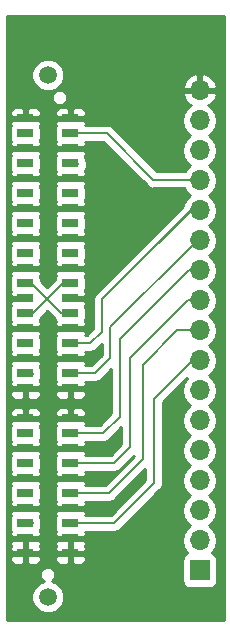
<source format=gbr>
G04 #@! TF.GenerationSoftware,KiCad,Pcbnew,5.0.0*
G04 #@! TF.CreationDate,2018-07-30T20:07:15-05:00*
G04 #@! TF.ProjectId,CardedgeBreakout,4361726465646765427265616B6F7574,rev?*
G04 #@! TF.SameCoordinates,Original*
G04 #@! TF.FileFunction,Copper,L1,Top,Signal*
G04 #@! TF.FilePolarity,Positive*
%FSLAX46Y46*%
G04 Gerber Fmt 4.6, Leading zero omitted, Abs format (unit mm)*
G04 Created by KiCad (PCBNEW 5.0.0) date Mon Jul 30 20:07:15 2018*
%MOMM*%
%LPD*%
G01*
G04 APERTURE LIST*
G04 #@! TA.AperFunction,SMDPad,CuDef*
%ADD10R,1.350000X0.660000*%
G04 #@! TD*
G04 #@! TA.AperFunction,ComponentPad*
%ADD11C,1.500000*%
G04 #@! TD*
G04 #@! TA.AperFunction,ComponentPad*
%ADD12R,1.700000X1.700000*%
G04 #@! TD*
G04 #@! TA.AperFunction,ComponentPad*
%ADD13O,1.700000X1.700000*%
G04 #@! TD*
G04 #@! TA.AperFunction,ViaPad*
%ADD14C,0.355600*%
G04 #@! TD*
G04 #@! TA.AperFunction,Conductor*
%ADD15C,0.177800*%
G04 #@! TD*
G04 #@! TA.AperFunction,Conductor*
%ADD16C,0.254000*%
G04 #@! TD*
G04 APERTURE END LIST*
D10*
G04 #@! TO.P,P5,1*
G04 #@! TO.N,GND*
X200253600Y-151739600D03*
G04 #@! TO.P,P5,2*
X196443600Y-151739600D03*
G04 #@! TO.P,P5,3*
X200253600Y-150469600D03*
G04 #@! TO.P,P5,4*
X196443600Y-150469600D03*
G04 #@! TO.P,P5,5*
G04 #@! TO.N,MIO48*
X200253600Y-149199600D03*
G04 #@! TO.P,P5,6*
G04 #@! TO.N,MIO51*
X196443600Y-149199600D03*
G04 #@! TO.P,P5,7*
G04 #@! TO.N,GND*
X200253600Y-147929600D03*
G04 #@! TO.P,P5,8*
X196443600Y-147929600D03*
G04 #@! TO.P,P5,9*
G04 #@! TO.N,MIO0*
X200253600Y-146659600D03*
G04 #@! TO.P,P5,10*
G04 #@! TO.N,MIO49*
X196443600Y-146659600D03*
G04 #@! TO.P,P5,11*
G04 #@! TO.N,GND*
X200253600Y-145389600D03*
G04 #@! TO.P,P5,12*
X196443600Y-145389600D03*
G04 #@! TO.P,P5,13*
G04 #@! TO.N,MIO14*
X200253600Y-144119600D03*
G04 #@! TO.P,P5,14*
G04 #@! TO.N,MIO47*
X196443600Y-144119600D03*
G04 #@! TO.P,P5,15*
G04 #@! TO.N,GND*
X200253600Y-142849600D03*
G04 #@! TO.P,P5,16*
X196443600Y-142849600D03*
G04 #@! TO.P,P5,17*
G04 #@! TO.N,MIO13*
X200253600Y-141579600D03*
G04 #@! TO.P,P5,18*
G04 #@! TO.N,MIO46*
X196443600Y-141579600D03*
G04 #@! TO.P,P5,19*
G04 #@! TO.N,GND*
X200253600Y-140309600D03*
G04 #@! TO.P,P5,20*
X196443600Y-140309600D03*
G04 #@! TO.P,P5,23*
X200253600Y-137769600D03*
G04 #@! TO.P,P5,24*
X196443600Y-137769600D03*
G04 #@! TO.P,P5,25*
G04 #@! TO.N,MIO10*
X200253600Y-136499600D03*
G04 #@! TO.P,P5,26*
G04 #@! TO.N,MIO11*
X196443600Y-136499600D03*
G04 #@! TO.P,P5,27*
G04 #@! TO.N,GND*
X200253600Y-135229600D03*
G04 #@! TO.P,P5,28*
X196443600Y-135229600D03*
G04 #@! TO.P,P5,29*
G04 #@! TO.N,MIO15*
X200253600Y-133959600D03*
G04 #@! TO.P,P5,30*
G04 #@! TO.N,MIO12*
X196443600Y-133959600D03*
G04 #@! TO.P,P5,31*
G04 #@! TO.N,GND*
X200253600Y-132689600D03*
G04 #@! TO.P,P5,32*
X196443600Y-132689600D03*
G04 #@! TO.P,P5,33*
G04 #@! TO.N,+5V*
X200253600Y-131419600D03*
G04 #@! TO.P,P5,34*
X196443600Y-131419600D03*
G04 #@! TO.P,P5,35*
G04 #@! TO.N,GND*
X200253600Y-130149600D03*
G04 #@! TO.P,P5,36*
X196443600Y-130149600D03*
G04 #@! TO.P,P5,37*
G04 #@! TO.N,+5V*
X200253600Y-128879600D03*
G04 #@! TO.P,P5,38*
X196443600Y-128879600D03*
G04 #@! TO.P,P5,39*
G04 #@! TO.N,GND*
X200253600Y-127609600D03*
G04 #@! TO.P,P5,40*
X196443600Y-127609600D03*
G04 #@! TO.P,P5,41*
G04 #@! TO.N,Net-(P5-Pad41)*
X200253600Y-126339600D03*
G04 #@! TO.P,P5,42*
G04 #@! TO.N,Net-(P5-Pad42)*
X196443600Y-126339600D03*
G04 #@! TO.P,P5,43*
G04 #@! TO.N,GND*
X200253600Y-125069600D03*
G04 #@! TO.P,P5,44*
X196443600Y-125069600D03*
G04 #@! TO.P,P5,45*
G04 #@! TO.N,Net-(P5-Pad45)*
X200253600Y-123799600D03*
G04 #@! TO.P,P5,46*
G04 #@! TO.N,Net-(P5-Pad46)*
X196443600Y-123799600D03*
G04 #@! TO.P,P5,47*
G04 #@! TO.N,GND*
X200253600Y-122529600D03*
G04 #@! TO.P,P5,48*
X196443600Y-122529600D03*
G04 #@! TO.P,P5,49*
G04 #@! TO.N,Net-(P5-Pad49)*
X200253600Y-121259600D03*
G04 #@! TO.P,P5,50*
G04 #@! TO.N,Net-(P5-Pad50)*
X196443600Y-121259600D03*
G04 #@! TO.P,P5,51*
G04 #@! TO.N,GND*
X200253600Y-119989600D03*
G04 #@! TO.P,P5,52*
X196443600Y-119989600D03*
G04 #@! TO.P,P5,53*
G04 #@! TO.N,PG_MODULE*
X200253600Y-118719600D03*
G04 #@! TO.P,P5,54*
G04 #@! TO.N,Net-(P5-Pad54)*
X196443600Y-118719600D03*
G04 #@! TO.P,P5,55*
G04 #@! TO.N,GND*
X200253600Y-117449600D03*
G04 #@! TO.P,P5,56*
X196443600Y-117449600D03*
G04 #@! TO.P,P5,57*
G04 #@! TO.N,PWR_ENABLE*
X200253600Y-116179600D03*
G04 #@! TO.P,P5,58*
G04 #@! TO.N,FPGA_DONE*
X196443600Y-116179600D03*
G04 #@! TO.P,P5,59*
G04 #@! TO.N,GND*
X200253600Y-114909600D03*
G04 #@! TO.P,P5,60*
X196443600Y-114909600D03*
D11*
G04 #@! TO.P,P5,*
G04 #@! TO.N,*
X198348600Y-155424600D03*
X198348600Y-111224600D03*
G04 #@! TD*
D12*
G04 #@! TO.P,J4,1*
G04 #@! TO.N,+5V*
X211201000Y-153187400D03*
D13*
G04 #@! TO.P,J4,2*
G04 #@! TO.N,MIO51*
X211201000Y-150647400D03*
G04 #@! TO.P,J4,3*
G04 #@! TO.N,MIO49*
X211201000Y-148107400D03*
G04 #@! TO.P,J4,4*
G04 #@! TO.N,MIO47*
X211201000Y-145567400D03*
G04 #@! TO.P,J4,5*
G04 #@! TO.N,MIO46*
X211201000Y-143027400D03*
G04 #@! TO.P,J4,6*
G04 #@! TO.N,MIO11*
X211201000Y-140487400D03*
G04 #@! TO.P,J4,7*
G04 #@! TO.N,MIO12*
X211201000Y-137947400D03*
G04 #@! TO.P,J4,8*
G04 #@! TO.N,MIO48*
X211201000Y-135407400D03*
G04 #@! TO.P,J4,9*
G04 #@! TO.N,MIO0*
X211201000Y-132867400D03*
G04 #@! TO.P,J4,10*
G04 #@! TO.N,MIO14*
X211201000Y-130327400D03*
G04 #@! TO.P,J4,11*
G04 #@! TO.N,MIO13*
X211201000Y-127787400D03*
G04 #@! TO.P,J4,12*
G04 #@! TO.N,MIO10*
X211201000Y-125247400D03*
G04 #@! TO.P,J4,13*
G04 #@! TO.N,MIO15*
X211201000Y-122707400D03*
G04 #@! TO.P,J4,14*
G04 #@! TO.N,PWR_ENABLE*
X211201000Y-120167400D03*
G04 #@! TO.P,J4,15*
G04 #@! TO.N,PG_MODULE*
X211201000Y-117627400D03*
G04 #@! TO.P,J4,16*
G04 #@! TO.N,FPGA_DONE*
X211201000Y-115087400D03*
G04 #@! TO.P,J4,17*
G04 #@! TO.N,GND*
X211201000Y-112547400D03*
G04 #@! TD*
D14*
G04 #@! TO.N,+5V*
X198297800Y-130225800D03*
G04 #@! TO.N,MIO51*
X196977000Y-149174200D03*
G04 #@! TO.N,MIO49*
X196875400Y-146634200D03*
G04 #@! TO.N,MIO47*
X196824600Y-144043400D03*
G04 #@! TO.N,MIO46*
X196824600Y-141503400D03*
G04 #@! TO.N,MIO11*
X196977000Y-136525000D03*
G04 #@! TO.N,MIO12*
X196926200Y-133883400D03*
G04 #@! TO.N,PG_MODULE*
X200837800Y-118795800D03*
G04 #@! TO.N,FPGA_DONE*
X196926200Y-116154200D03*
G04 #@! TD*
D15*
G04 #@! TO.N,+5V*
X199491600Y-131419600D02*
X198297800Y-130225800D01*
X200253600Y-131419600D02*
X199491600Y-131419600D01*
X197104000Y-131419600D02*
X198297800Y-130225800D01*
X196443600Y-131419600D02*
X197104000Y-131419600D01*
X199644000Y-128879600D02*
X198297800Y-130225800D01*
X200253600Y-128879600D02*
X199644000Y-128879600D01*
X196951600Y-128879600D02*
X198297800Y-130225800D01*
X196443600Y-128879600D02*
X196951600Y-128879600D01*
G04 #@! TO.N,PWR_ENABLE*
X207289400Y-120116600D02*
X203352400Y-116179600D01*
X203352400Y-116179600D02*
X200253600Y-116179600D01*
X210642200Y-120116600D02*
X207289400Y-120116600D01*
G04 #@! TO.N,MIO15*
X210540600Y-122707400D02*
X207772000Y-125476000D01*
X211201000Y-122707400D02*
X210540600Y-122707400D01*
X201930000Y-133959600D02*
X200253600Y-133959600D01*
X202920600Y-132969000D02*
X201930000Y-133959600D01*
X202920600Y-130225800D02*
X202920600Y-132969000D01*
X207772000Y-125374400D02*
X202920600Y-130225800D01*
X210489800Y-122656600D02*
X207772000Y-125374400D01*
X210642200Y-122656600D02*
X210489800Y-122656600D01*
X207772000Y-125476000D02*
X207772000Y-125374400D01*
G04 #@! TO.N,MIO10*
X202336400Y-136499600D02*
X200253600Y-136499600D01*
X203631800Y-135204200D02*
X202336400Y-136499600D01*
X203631800Y-132613400D02*
X203631800Y-135204200D01*
X210642200Y-125603000D02*
X203631800Y-132613400D01*
X210642200Y-125196600D02*
X210642200Y-125603000D01*
G04 #@! TO.N,MIO13*
X203047600Y-141579600D02*
X200253600Y-141579600D01*
X204444600Y-140182600D02*
X203047600Y-141579600D01*
X204444600Y-133578600D02*
X204444600Y-140182600D01*
X210286600Y-127736600D02*
X204444600Y-133578600D01*
X210642200Y-127736600D02*
X210286600Y-127736600D01*
G04 #@! TO.N,MIO14*
X210642200Y-130276600D02*
X210235800Y-130276600D01*
X203962000Y-144119600D02*
X200253600Y-144119600D01*
X205308200Y-142773400D02*
X203962000Y-144119600D01*
X205308200Y-135204200D02*
X205308200Y-142773400D01*
X210235800Y-130276600D02*
X205308200Y-135204200D01*
G04 #@! TO.N,MIO0*
X209321400Y-132816600D02*
X206375000Y-135763000D01*
X206375000Y-135763000D02*
X206375000Y-143789400D01*
X206375000Y-143789400D02*
X203504800Y-146659600D01*
X203504800Y-146659600D02*
X200253600Y-146659600D01*
X210642200Y-132816600D02*
X209321400Y-132816600D01*
G04 #@! TO.N,MIO48*
X207340200Y-138658600D02*
X207340200Y-145821400D01*
X207340200Y-145821400D02*
X203962000Y-149199600D01*
X203962000Y-149199600D02*
X200253600Y-149199600D01*
X210642200Y-135356600D02*
X207340200Y-138658600D01*
G04 #@! TO.N,MIO51*
X196951600Y-149148800D02*
X196392800Y-149148800D01*
X196977000Y-149174200D02*
X196951600Y-149148800D01*
G04 #@! TO.N,MIO49*
X196850000Y-146608800D02*
X196392800Y-146608800D01*
X196875400Y-146634200D02*
X196850000Y-146608800D01*
G04 #@! TO.N,MIO47*
X196799200Y-144068800D02*
X196392800Y-144068800D01*
X196824600Y-144043400D02*
X196799200Y-144068800D01*
G04 #@! TO.N,MIO46*
X196799200Y-141528800D02*
X196392800Y-141528800D01*
X196824600Y-141503400D02*
X196799200Y-141528800D01*
G04 #@! TO.N,MIO11*
X196951600Y-136499600D02*
X196443600Y-136499600D01*
X196977000Y-136525000D02*
X196951600Y-136499600D01*
G04 #@! TO.N,MIO12*
X196850000Y-133959600D02*
X196443600Y-133959600D01*
X196926200Y-133883400D02*
X196850000Y-133959600D01*
G04 #@! TO.N,PG_MODULE*
X200761600Y-118719600D02*
X200253600Y-118719600D01*
X200837800Y-118795800D02*
X200761600Y-118719600D01*
G04 #@! TO.N,FPGA_DONE*
X196900800Y-116179600D02*
X196443600Y-116179600D01*
X196926200Y-116154200D02*
X196900800Y-116179600D01*
G04 #@! TD*
D16*
G04 #@! TO.N,GND*
G36*
X213234200Y-157405000D02*
X194893000Y-157405000D01*
X194893000Y-155149106D01*
X196963600Y-155149106D01*
X196963600Y-155700094D01*
X197174453Y-156209140D01*
X197564060Y-156598747D01*
X198073106Y-156809600D01*
X198624094Y-156809600D01*
X199133140Y-156598747D01*
X199522747Y-156209140D01*
X199733600Y-155700094D01*
X199733600Y-155149106D01*
X199522747Y-154640060D01*
X199133140Y-154250453D01*
X198688319Y-154066203D01*
X198708298Y-154057927D01*
X198886927Y-153879298D01*
X198983600Y-153645909D01*
X198983600Y-153393291D01*
X198886927Y-153159902D01*
X198708298Y-152981273D01*
X198474909Y-152884600D01*
X198222291Y-152884600D01*
X197988902Y-152981273D01*
X197810273Y-153159902D01*
X197713600Y-153393291D01*
X197713600Y-153645909D01*
X197810273Y-153879298D01*
X197988902Y-154057927D01*
X198008881Y-154066203D01*
X197564060Y-154250453D01*
X197174453Y-154640060D01*
X196963600Y-155149106D01*
X194893000Y-155149106D01*
X194893000Y-152025350D01*
X195133600Y-152025350D01*
X195133600Y-152195909D01*
X195230273Y-152429298D01*
X195408901Y-152607927D01*
X195642290Y-152704600D01*
X196157850Y-152704600D01*
X196316600Y-152545850D01*
X196316600Y-151866600D01*
X196570600Y-151866600D01*
X196570600Y-152545850D01*
X196729350Y-152704600D01*
X197244910Y-152704600D01*
X197478299Y-152607927D01*
X197656927Y-152429298D01*
X197753600Y-152195909D01*
X197753600Y-152025350D01*
X198943600Y-152025350D01*
X198943600Y-152195909D01*
X199040273Y-152429298D01*
X199218901Y-152607927D01*
X199452290Y-152704600D01*
X199967850Y-152704600D01*
X200126600Y-152545850D01*
X200126600Y-151866600D01*
X200380600Y-151866600D01*
X200380600Y-152545850D01*
X200539350Y-152704600D01*
X201054910Y-152704600D01*
X201288299Y-152607927D01*
X201466927Y-152429298D01*
X201563600Y-152195909D01*
X201563600Y-152025350D01*
X201404850Y-151866600D01*
X200380600Y-151866600D01*
X200126600Y-151866600D01*
X199102350Y-151866600D01*
X198943600Y-152025350D01*
X197753600Y-152025350D01*
X197594850Y-151866600D01*
X196570600Y-151866600D01*
X196316600Y-151866600D01*
X195292350Y-151866600D01*
X195133600Y-152025350D01*
X194893000Y-152025350D01*
X194893000Y-150755350D01*
X195133600Y-150755350D01*
X195133600Y-150925909D01*
X195207616Y-151104600D01*
X195133600Y-151283291D01*
X195133600Y-151453850D01*
X195292350Y-151612600D01*
X196316600Y-151612600D01*
X196316600Y-150596600D01*
X196570600Y-150596600D01*
X196570600Y-151612600D01*
X197594850Y-151612600D01*
X197753600Y-151453850D01*
X197753600Y-151283291D01*
X197679584Y-151104600D01*
X197753600Y-150925909D01*
X197753600Y-150755350D01*
X198943600Y-150755350D01*
X198943600Y-150925909D01*
X199017616Y-151104600D01*
X198943600Y-151283291D01*
X198943600Y-151453850D01*
X199102350Y-151612600D01*
X200126600Y-151612600D01*
X200126600Y-150596600D01*
X200380600Y-150596600D01*
X200380600Y-151612600D01*
X201404850Y-151612600D01*
X201563600Y-151453850D01*
X201563600Y-151283291D01*
X201489584Y-151104600D01*
X201563600Y-150925909D01*
X201563600Y-150755350D01*
X201404850Y-150596600D01*
X200380600Y-150596600D01*
X200126600Y-150596600D01*
X199102350Y-150596600D01*
X198943600Y-150755350D01*
X197753600Y-150755350D01*
X197594850Y-150596600D01*
X196570600Y-150596600D01*
X196316600Y-150596600D01*
X195292350Y-150596600D01*
X195133600Y-150755350D01*
X194893000Y-150755350D01*
X194893000Y-148869600D01*
X195121160Y-148869600D01*
X195121160Y-149529600D01*
X195170443Y-149777365D01*
X195208026Y-149833611D01*
X195133600Y-150013291D01*
X195133600Y-150183850D01*
X195292350Y-150342600D01*
X196316600Y-150342600D01*
X196316600Y-150322600D01*
X196570600Y-150322600D01*
X196570600Y-150342600D01*
X197594850Y-150342600D01*
X197753600Y-150183850D01*
X197753600Y-150013291D01*
X197679174Y-149833611D01*
X197716757Y-149777365D01*
X197766040Y-149529600D01*
X197766040Y-149393238D01*
X197789800Y-149335876D01*
X197789800Y-149012524D01*
X197766040Y-148955162D01*
X197766040Y-148869600D01*
X197716757Y-148621835D01*
X197679174Y-148565589D01*
X197753600Y-148385909D01*
X197753600Y-148215350D01*
X197594850Y-148056600D01*
X196570600Y-148056600D01*
X196570600Y-148076600D01*
X196316600Y-148076600D01*
X196316600Y-148056600D01*
X195292350Y-148056600D01*
X195133600Y-148215350D01*
X195133600Y-148385909D01*
X195208026Y-148565589D01*
X195170443Y-148621835D01*
X195121160Y-148869600D01*
X194893000Y-148869600D01*
X194893000Y-146329600D01*
X195121160Y-146329600D01*
X195121160Y-146989600D01*
X195170443Y-147237365D01*
X195208026Y-147293611D01*
X195133600Y-147473291D01*
X195133600Y-147643850D01*
X195292350Y-147802600D01*
X196316600Y-147802600D01*
X196316600Y-147782600D01*
X196570600Y-147782600D01*
X196570600Y-147802600D01*
X197594850Y-147802600D01*
X197753600Y-147643850D01*
X197753600Y-147473291D01*
X197679174Y-147293611D01*
X197716757Y-147237365D01*
X197766040Y-146989600D01*
X197766040Y-146329600D01*
X197716757Y-146081835D01*
X197679174Y-146025589D01*
X197753600Y-145845909D01*
X197753600Y-145675350D01*
X197594850Y-145516600D01*
X196570600Y-145516600D01*
X196570600Y-145536600D01*
X196316600Y-145536600D01*
X196316600Y-145516600D01*
X195292350Y-145516600D01*
X195133600Y-145675350D01*
X195133600Y-145845909D01*
X195208026Y-146025589D01*
X195170443Y-146081835D01*
X195121160Y-146329600D01*
X194893000Y-146329600D01*
X194893000Y-143789600D01*
X195121160Y-143789600D01*
X195121160Y-144449600D01*
X195170443Y-144697365D01*
X195208026Y-144753611D01*
X195133600Y-144933291D01*
X195133600Y-145103850D01*
X195292350Y-145262600D01*
X196316600Y-145262600D01*
X196316600Y-145242600D01*
X196570600Y-145242600D01*
X196570600Y-145262600D01*
X197594850Y-145262600D01*
X197753600Y-145103850D01*
X197753600Y-144933291D01*
X197679174Y-144753611D01*
X197716757Y-144697365D01*
X197766040Y-144449600D01*
X197766040Y-143789600D01*
X197716757Y-143541835D01*
X197679174Y-143485589D01*
X197753600Y-143305909D01*
X197753600Y-143135350D01*
X197594850Y-142976600D01*
X196570600Y-142976600D01*
X196570600Y-142996600D01*
X196316600Y-142996600D01*
X196316600Y-142976600D01*
X195292350Y-142976600D01*
X195133600Y-143135350D01*
X195133600Y-143305909D01*
X195208026Y-143485589D01*
X195170443Y-143541835D01*
X195121160Y-143789600D01*
X194893000Y-143789600D01*
X194893000Y-141249600D01*
X195121160Y-141249600D01*
X195121160Y-141909600D01*
X195170443Y-142157365D01*
X195208026Y-142213611D01*
X195133600Y-142393291D01*
X195133600Y-142563850D01*
X195292350Y-142722600D01*
X196316600Y-142722600D01*
X196316600Y-142702600D01*
X196570600Y-142702600D01*
X196570600Y-142722600D01*
X197594850Y-142722600D01*
X197753600Y-142563850D01*
X197753600Y-142393291D01*
X197679174Y-142213611D01*
X197716757Y-142157365D01*
X197766040Y-141909600D01*
X197766040Y-141249600D01*
X197716757Y-141001835D01*
X197679174Y-140945589D01*
X197753600Y-140765909D01*
X197753600Y-140595350D01*
X197594850Y-140436600D01*
X196570600Y-140436600D01*
X196570600Y-140456600D01*
X196316600Y-140456600D01*
X196316600Y-140436600D01*
X195292350Y-140436600D01*
X195133600Y-140595350D01*
X195133600Y-140765909D01*
X195208026Y-140945589D01*
X195170443Y-141001835D01*
X195121160Y-141249600D01*
X194893000Y-141249600D01*
X194893000Y-139853291D01*
X195133600Y-139853291D01*
X195133600Y-140023850D01*
X195292350Y-140182600D01*
X196316600Y-140182600D01*
X196316600Y-139503350D01*
X196570600Y-139503350D01*
X196570600Y-140182600D01*
X197594850Y-140182600D01*
X197753600Y-140023850D01*
X197753600Y-139853291D01*
X198943600Y-139853291D01*
X198943600Y-140023850D01*
X199102350Y-140182600D01*
X200126600Y-140182600D01*
X200126600Y-139503350D01*
X200380600Y-139503350D01*
X200380600Y-140182600D01*
X201404850Y-140182600D01*
X201563600Y-140023850D01*
X201563600Y-139853291D01*
X201466927Y-139619902D01*
X201288299Y-139441273D01*
X201054910Y-139344600D01*
X200539350Y-139344600D01*
X200380600Y-139503350D01*
X200126600Y-139503350D01*
X199967850Y-139344600D01*
X199452290Y-139344600D01*
X199218901Y-139441273D01*
X199040273Y-139619902D01*
X198943600Y-139853291D01*
X197753600Y-139853291D01*
X197656927Y-139619902D01*
X197478299Y-139441273D01*
X197244910Y-139344600D01*
X196729350Y-139344600D01*
X196570600Y-139503350D01*
X196316600Y-139503350D01*
X196157850Y-139344600D01*
X195642290Y-139344600D01*
X195408901Y-139441273D01*
X195230273Y-139619902D01*
X195133600Y-139853291D01*
X194893000Y-139853291D01*
X194893000Y-138055350D01*
X195133600Y-138055350D01*
X195133600Y-138225909D01*
X195230273Y-138459298D01*
X195408901Y-138637927D01*
X195642290Y-138734600D01*
X196157850Y-138734600D01*
X196316600Y-138575850D01*
X196316600Y-137896600D01*
X196570600Y-137896600D01*
X196570600Y-138575850D01*
X196729350Y-138734600D01*
X197244910Y-138734600D01*
X197478299Y-138637927D01*
X197656927Y-138459298D01*
X197753600Y-138225909D01*
X197753600Y-138055350D01*
X198943600Y-138055350D01*
X198943600Y-138225909D01*
X199040273Y-138459298D01*
X199218901Y-138637927D01*
X199452290Y-138734600D01*
X199967850Y-138734600D01*
X200126600Y-138575850D01*
X200126600Y-137896600D01*
X200380600Y-137896600D01*
X200380600Y-138575850D01*
X200539350Y-138734600D01*
X201054910Y-138734600D01*
X201288299Y-138637927D01*
X201466927Y-138459298D01*
X201563600Y-138225909D01*
X201563600Y-138055350D01*
X201404850Y-137896600D01*
X200380600Y-137896600D01*
X200126600Y-137896600D01*
X199102350Y-137896600D01*
X198943600Y-138055350D01*
X197753600Y-138055350D01*
X197594850Y-137896600D01*
X196570600Y-137896600D01*
X196316600Y-137896600D01*
X195292350Y-137896600D01*
X195133600Y-138055350D01*
X194893000Y-138055350D01*
X194893000Y-136169600D01*
X195121160Y-136169600D01*
X195121160Y-136829600D01*
X195170443Y-137077365D01*
X195208026Y-137133611D01*
X195133600Y-137313291D01*
X195133600Y-137483850D01*
X195292350Y-137642600D01*
X196316600Y-137642600D01*
X196316600Y-137622600D01*
X196570600Y-137622600D01*
X196570600Y-137642600D01*
X197594850Y-137642600D01*
X197753600Y-137483850D01*
X197753600Y-137313291D01*
X197679174Y-137133611D01*
X197716757Y-137077365D01*
X197766040Y-136829600D01*
X197766040Y-136744038D01*
X197789800Y-136686676D01*
X197789800Y-136363324D01*
X197766040Y-136305962D01*
X197766040Y-136169600D01*
X197716757Y-135921835D01*
X197679174Y-135865589D01*
X197753600Y-135685909D01*
X197753600Y-135515350D01*
X197594850Y-135356600D01*
X196570600Y-135356600D01*
X196570600Y-135376600D01*
X196316600Y-135376600D01*
X196316600Y-135356600D01*
X195292350Y-135356600D01*
X195133600Y-135515350D01*
X195133600Y-135685909D01*
X195208026Y-135865589D01*
X195170443Y-135921835D01*
X195121160Y-136169600D01*
X194893000Y-136169600D01*
X194893000Y-133629600D01*
X195121160Y-133629600D01*
X195121160Y-134289600D01*
X195170443Y-134537365D01*
X195208026Y-134593611D01*
X195133600Y-134773291D01*
X195133600Y-134943850D01*
X195292350Y-135102600D01*
X196316600Y-135102600D01*
X196316600Y-135082600D01*
X196570600Y-135082600D01*
X196570600Y-135102600D01*
X197594850Y-135102600D01*
X197753600Y-134943850D01*
X197753600Y-134773291D01*
X197679174Y-134593611D01*
X197716757Y-134537365D01*
X197766040Y-134289600D01*
X197766040Y-133629600D01*
X197716757Y-133381835D01*
X197679174Y-133325589D01*
X197753600Y-133145909D01*
X197753600Y-132975350D01*
X197594850Y-132816600D01*
X196570600Y-132816600D01*
X196570600Y-132836600D01*
X196316600Y-132836600D01*
X196316600Y-132816600D01*
X195292350Y-132816600D01*
X195133600Y-132975350D01*
X195133600Y-133145909D01*
X195208026Y-133325589D01*
X195170443Y-133381835D01*
X195121160Y-133629600D01*
X194893000Y-133629600D01*
X194893000Y-128549600D01*
X195121160Y-128549600D01*
X195121160Y-129209600D01*
X195170443Y-129457365D01*
X195208026Y-129513611D01*
X195133600Y-129693291D01*
X195133600Y-129863850D01*
X195292350Y-130022600D01*
X196316600Y-130022600D01*
X196316600Y-130002600D01*
X196570600Y-130002600D01*
X196570600Y-130022600D01*
X196590600Y-130022600D01*
X196590600Y-130276600D01*
X196570600Y-130276600D01*
X196570600Y-130296600D01*
X196316600Y-130296600D01*
X196316600Y-130276600D01*
X195292350Y-130276600D01*
X195133600Y-130435350D01*
X195133600Y-130605909D01*
X195208026Y-130785589D01*
X195170443Y-130841835D01*
X195121160Y-131089600D01*
X195121160Y-131749600D01*
X195170443Y-131997365D01*
X195208026Y-132053611D01*
X195133600Y-132233291D01*
X195133600Y-132403850D01*
X195292350Y-132562600D01*
X196316600Y-132562600D01*
X196316600Y-132542600D01*
X196570600Y-132542600D01*
X196570600Y-132562600D01*
X197594850Y-132562600D01*
X197753600Y-132403850D01*
X197753600Y-132233291D01*
X197679174Y-132053611D01*
X197716757Y-131997365D01*
X197758167Y-131789181D01*
X198297800Y-131249549D01*
X198929309Y-131881058D01*
X198969177Y-131940724D01*
X198980443Y-131997365D01*
X199018026Y-132053611D01*
X198943600Y-132233291D01*
X198943600Y-132403850D01*
X199102350Y-132562600D01*
X200126600Y-132562600D01*
X200126600Y-132542600D01*
X200380600Y-132542600D01*
X200380600Y-132562600D01*
X201404850Y-132562600D01*
X201563600Y-132403850D01*
X201563600Y-132233291D01*
X201489174Y-132053611D01*
X201526757Y-131997365D01*
X201576040Y-131749600D01*
X201576040Y-131089600D01*
X201526757Y-130841835D01*
X201489174Y-130785589D01*
X201563600Y-130605909D01*
X201563600Y-130435350D01*
X201404850Y-130276600D01*
X200380600Y-130276600D01*
X200380600Y-130296600D01*
X200126600Y-130296600D01*
X200126600Y-130276600D01*
X200106600Y-130276600D01*
X200106600Y-130022600D01*
X200126600Y-130022600D01*
X200126600Y-130002600D01*
X200380600Y-130002600D01*
X200380600Y-130022600D01*
X201404850Y-130022600D01*
X201563600Y-129863850D01*
X201563600Y-129693291D01*
X201489174Y-129513611D01*
X201526757Y-129457365D01*
X201576040Y-129209600D01*
X201576040Y-128549600D01*
X201526757Y-128301835D01*
X201489174Y-128245589D01*
X201563600Y-128065909D01*
X201563600Y-127895350D01*
X201404850Y-127736600D01*
X200380600Y-127736600D01*
X200380600Y-127756600D01*
X200126600Y-127756600D01*
X200126600Y-127736600D01*
X199102350Y-127736600D01*
X198943600Y-127895350D01*
X198943600Y-128065909D01*
X199018026Y-128245589D01*
X198980443Y-128301835D01*
X198931160Y-128549600D01*
X198931160Y-128568691D01*
X198297800Y-129202051D01*
X197766040Y-128670292D01*
X197766040Y-128549600D01*
X197716757Y-128301835D01*
X197679174Y-128245589D01*
X197753600Y-128065909D01*
X197753600Y-127895350D01*
X197594850Y-127736600D01*
X196570600Y-127736600D01*
X196570600Y-127756600D01*
X196316600Y-127756600D01*
X196316600Y-127736600D01*
X195292350Y-127736600D01*
X195133600Y-127895350D01*
X195133600Y-128065909D01*
X195208026Y-128245589D01*
X195170443Y-128301835D01*
X195121160Y-128549600D01*
X194893000Y-128549600D01*
X194893000Y-126009600D01*
X195121160Y-126009600D01*
X195121160Y-126669600D01*
X195170443Y-126917365D01*
X195208026Y-126973611D01*
X195133600Y-127153291D01*
X195133600Y-127323850D01*
X195292350Y-127482600D01*
X196316600Y-127482600D01*
X196316600Y-127462600D01*
X196570600Y-127462600D01*
X196570600Y-127482600D01*
X197594850Y-127482600D01*
X197753600Y-127323850D01*
X197753600Y-127153291D01*
X197679174Y-126973611D01*
X197716757Y-126917365D01*
X197766040Y-126669600D01*
X197766040Y-126009600D01*
X198931160Y-126009600D01*
X198931160Y-126669600D01*
X198980443Y-126917365D01*
X199018026Y-126973611D01*
X198943600Y-127153291D01*
X198943600Y-127323850D01*
X199102350Y-127482600D01*
X200126600Y-127482600D01*
X200126600Y-127462600D01*
X200380600Y-127462600D01*
X200380600Y-127482600D01*
X201404850Y-127482600D01*
X201563600Y-127323850D01*
X201563600Y-127153291D01*
X201489174Y-126973611D01*
X201526757Y-126917365D01*
X201576040Y-126669600D01*
X201576040Y-126009600D01*
X201526757Y-125761835D01*
X201489174Y-125705589D01*
X201563600Y-125525909D01*
X201563600Y-125355350D01*
X201404850Y-125196600D01*
X200380600Y-125196600D01*
X200380600Y-125216600D01*
X200126600Y-125216600D01*
X200126600Y-125196600D01*
X199102350Y-125196600D01*
X198943600Y-125355350D01*
X198943600Y-125525909D01*
X199018026Y-125705589D01*
X198980443Y-125761835D01*
X198931160Y-126009600D01*
X197766040Y-126009600D01*
X197716757Y-125761835D01*
X197679174Y-125705589D01*
X197753600Y-125525909D01*
X197753600Y-125355350D01*
X197594850Y-125196600D01*
X196570600Y-125196600D01*
X196570600Y-125216600D01*
X196316600Y-125216600D01*
X196316600Y-125196600D01*
X195292350Y-125196600D01*
X195133600Y-125355350D01*
X195133600Y-125525909D01*
X195208026Y-125705589D01*
X195170443Y-125761835D01*
X195121160Y-126009600D01*
X194893000Y-126009600D01*
X194893000Y-123469600D01*
X195121160Y-123469600D01*
X195121160Y-124129600D01*
X195170443Y-124377365D01*
X195208026Y-124433611D01*
X195133600Y-124613291D01*
X195133600Y-124783850D01*
X195292350Y-124942600D01*
X196316600Y-124942600D01*
X196316600Y-124922600D01*
X196570600Y-124922600D01*
X196570600Y-124942600D01*
X197594850Y-124942600D01*
X197753600Y-124783850D01*
X197753600Y-124613291D01*
X197679174Y-124433611D01*
X197716757Y-124377365D01*
X197766040Y-124129600D01*
X197766040Y-123469600D01*
X198931160Y-123469600D01*
X198931160Y-124129600D01*
X198980443Y-124377365D01*
X199018026Y-124433611D01*
X198943600Y-124613291D01*
X198943600Y-124783850D01*
X199102350Y-124942600D01*
X200126600Y-124942600D01*
X200126600Y-124922600D01*
X200380600Y-124922600D01*
X200380600Y-124942600D01*
X201404850Y-124942600D01*
X201563600Y-124783850D01*
X201563600Y-124613291D01*
X201489174Y-124433611D01*
X201526757Y-124377365D01*
X201576040Y-124129600D01*
X201576040Y-123469600D01*
X201526757Y-123221835D01*
X201489174Y-123165589D01*
X201563600Y-122985909D01*
X201563600Y-122815350D01*
X201404850Y-122656600D01*
X200380600Y-122656600D01*
X200380600Y-122676600D01*
X200126600Y-122676600D01*
X200126600Y-122656600D01*
X199102350Y-122656600D01*
X198943600Y-122815350D01*
X198943600Y-122985909D01*
X199018026Y-123165589D01*
X198980443Y-123221835D01*
X198931160Y-123469600D01*
X197766040Y-123469600D01*
X197716757Y-123221835D01*
X197679174Y-123165589D01*
X197753600Y-122985909D01*
X197753600Y-122815350D01*
X197594850Y-122656600D01*
X196570600Y-122656600D01*
X196570600Y-122676600D01*
X196316600Y-122676600D01*
X196316600Y-122656600D01*
X195292350Y-122656600D01*
X195133600Y-122815350D01*
X195133600Y-122985909D01*
X195208026Y-123165589D01*
X195170443Y-123221835D01*
X195121160Y-123469600D01*
X194893000Y-123469600D01*
X194893000Y-120929600D01*
X195121160Y-120929600D01*
X195121160Y-121589600D01*
X195170443Y-121837365D01*
X195208026Y-121893611D01*
X195133600Y-122073291D01*
X195133600Y-122243850D01*
X195292350Y-122402600D01*
X196316600Y-122402600D01*
X196316600Y-122382600D01*
X196570600Y-122382600D01*
X196570600Y-122402600D01*
X197594850Y-122402600D01*
X197753600Y-122243850D01*
X197753600Y-122073291D01*
X197679174Y-121893611D01*
X197716757Y-121837365D01*
X197766040Y-121589600D01*
X197766040Y-120929600D01*
X198931160Y-120929600D01*
X198931160Y-121589600D01*
X198980443Y-121837365D01*
X199018026Y-121893611D01*
X198943600Y-122073291D01*
X198943600Y-122243850D01*
X199102350Y-122402600D01*
X200126600Y-122402600D01*
X200126600Y-122382600D01*
X200380600Y-122382600D01*
X200380600Y-122402600D01*
X201404850Y-122402600D01*
X201563600Y-122243850D01*
X201563600Y-122073291D01*
X201489174Y-121893611D01*
X201526757Y-121837365D01*
X201576040Y-121589600D01*
X201576040Y-120929600D01*
X201526757Y-120681835D01*
X201489174Y-120625589D01*
X201563600Y-120445909D01*
X201563600Y-120275350D01*
X201404850Y-120116600D01*
X200380600Y-120116600D01*
X200380600Y-120136600D01*
X200126600Y-120136600D01*
X200126600Y-120116600D01*
X199102350Y-120116600D01*
X198943600Y-120275350D01*
X198943600Y-120445909D01*
X199018026Y-120625589D01*
X198980443Y-120681835D01*
X198931160Y-120929600D01*
X197766040Y-120929600D01*
X197716757Y-120681835D01*
X197679174Y-120625589D01*
X197753600Y-120445909D01*
X197753600Y-120275350D01*
X197594850Y-120116600D01*
X196570600Y-120116600D01*
X196570600Y-120136600D01*
X196316600Y-120136600D01*
X196316600Y-120116600D01*
X195292350Y-120116600D01*
X195133600Y-120275350D01*
X195133600Y-120445909D01*
X195208026Y-120625589D01*
X195170443Y-120681835D01*
X195121160Y-120929600D01*
X194893000Y-120929600D01*
X194893000Y-118389600D01*
X195121160Y-118389600D01*
X195121160Y-119049600D01*
X195170443Y-119297365D01*
X195208026Y-119353611D01*
X195133600Y-119533291D01*
X195133600Y-119703850D01*
X195292350Y-119862600D01*
X196316600Y-119862600D01*
X196316600Y-119842600D01*
X196570600Y-119842600D01*
X196570600Y-119862600D01*
X197594850Y-119862600D01*
X197753600Y-119703850D01*
X197753600Y-119533291D01*
X197679174Y-119353611D01*
X197716757Y-119297365D01*
X197766040Y-119049600D01*
X197766040Y-118389600D01*
X198931160Y-118389600D01*
X198931160Y-119049600D01*
X198980443Y-119297365D01*
X199018026Y-119353611D01*
X198943600Y-119533291D01*
X198943600Y-119703850D01*
X199102350Y-119862600D01*
X200126600Y-119862600D01*
X200126600Y-119842600D01*
X200380600Y-119842600D01*
X200380600Y-119862600D01*
X201404850Y-119862600D01*
X201563600Y-119703850D01*
X201563600Y-119533291D01*
X201489174Y-119353611D01*
X201526757Y-119297365D01*
X201542410Y-119218670D01*
X201650600Y-118957476D01*
X201650600Y-118634124D01*
X201576040Y-118454120D01*
X201576040Y-118389600D01*
X201526757Y-118141835D01*
X201489174Y-118085589D01*
X201563600Y-117905909D01*
X201563600Y-117735350D01*
X201404850Y-117576600D01*
X200380600Y-117576600D01*
X200380600Y-117596600D01*
X200126600Y-117596600D01*
X200126600Y-117576600D01*
X199102350Y-117576600D01*
X198943600Y-117735350D01*
X198943600Y-117905909D01*
X199018026Y-118085589D01*
X198980443Y-118141835D01*
X198931160Y-118389600D01*
X197766040Y-118389600D01*
X197716757Y-118141835D01*
X197679174Y-118085589D01*
X197753600Y-117905909D01*
X197753600Y-117735350D01*
X197594850Y-117576600D01*
X196570600Y-117576600D01*
X196570600Y-117596600D01*
X196316600Y-117596600D01*
X196316600Y-117576600D01*
X195292350Y-117576600D01*
X195133600Y-117735350D01*
X195133600Y-117905909D01*
X195208026Y-118085589D01*
X195170443Y-118141835D01*
X195121160Y-118389600D01*
X194893000Y-118389600D01*
X194893000Y-115849600D01*
X195121160Y-115849600D01*
X195121160Y-116509600D01*
X195170443Y-116757365D01*
X195208026Y-116813611D01*
X195133600Y-116993291D01*
X195133600Y-117163850D01*
X195292350Y-117322600D01*
X196316600Y-117322600D01*
X196316600Y-117302600D01*
X196570600Y-117302600D01*
X196570600Y-117322600D01*
X197594850Y-117322600D01*
X197753600Y-117163850D01*
X197753600Y-116993291D01*
X197679174Y-116813611D01*
X197716757Y-116757365D01*
X197766040Y-116509600D01*
X197766040Y-115849600D01*
X198931160Y-115849600D01*
X198931160Y-116509600D01*
X198980443Y-116757365D01*
X199018026Y-116813611D01*
X198943600Y-116993291D01*
X198943600Y-117163850D01*
X199102350Y-117322600D01*
X200126600Y-117322600D01*
X200126600Y-117302600D01*
X200380600Y-117302600D01*
X200380600Y-117322600D01*
X201404850Y-117322600D01*
X201563600Y-117163850D01*
X201563600Y-116993291D01*
X201526407Y-116903500D01*
X203052552Y-116903500D01*
X206727111Y-120578061D01*
X206767497Y-120638503D01*
X206827939Y-120678889D01*
X206827940Y-120678890D01*
X207006948Y-120798499D01*
X207289400Y-120854682D01*
X207360698Y-120840500D01*
X209864757Y-120840500D01*
X210130375Y-121238025D01*
X210428761Y-121437400D01*
X210130375Y-121636775D01*
X209802161Y-122127982D01*
X209754361Y-122368289D01*
X207310546Y-124812106D01*
X207310540Y-124812110D01*
X207310537Y-124812113D01*
X207250098Y-124852497D01*
X207209713Y-124912937D01*
X202459143Y-129663509D01*
X202398697Y-129703898D01*
X202329301Y-129807757D01*
X202238701Y-129943349D01*
X202182518Y-130225800D01*
X202196700Y-130297098D01*
X202196701Y-132669150D01*
X201630152Y-133235700D01*
X201526407Y-133235700D01*
X201563600Y-133145909D01*
X201563600Y-132975350D01*
X201404850Y-132816600D01*
X200380600Y-132816600D01*
X200380600Y-132836600D01*
X200126600Y-132836600D01*
X200126600Y-132816600D01*
X199102350Y-132816600D01*
X198943600Y-132975350D01*
X198943600Y-133145909D01*
X199018026Y-133325589D01*
X198980443Y-133381835D01*
X198931160Y-133629600D01*
X198931160Y-134289600D01*
X198980443Y-134537365D01*
X199018026Y-134593611D01*
X198943600Y-134773291D01*
X198943600Y-134943850D01*
X199102350Y-135102600D01*
X200126600Y-135102600D01*
X200126600Y-135082600D01*
X200380600Y-135082600D01*
X200380600Y-135102600D01*
X201404850Y-135102600D01*
X201563600Y-134943850D01*
X201563600Y-134773291D01*
X201526407Y-134683500D01*
X201858702Y-134683500D01*
X201930000Y-134697682D01*
X202001298Y-134683500D01*
X202212452Y-134641499D01*
X202451903Y-134481503D01*
X202492293Y-134421055D01*
X202907901Y-134005448D01*
X202907901Y-134904350D01*
X202036552Y-135775700D01*
X201526407Y-135775700D01*
X201563600Y-135685909D01*
X201563600Y-135515350D01*
X201404850Y-135356600D01*
X200380600Y-135356600D01*
X200380600Y-135376600D01*
X200126600Y-135376600D01*
X200126600Y-135356600D01*
X199102350Y-135356600D01*
X198943600Y-135515350D01*
X198943600Y-135685909D01*
X199018026Y-135865589D01*
X198980443Y-135921835D01*
X198931160Y-136169600D01*
X198931160Y-136829600D01*
X198980443Y-137077365D01*
X199018026Y-137133611D01*
X198943600Y-137313291D01*
X198943600Y-137483850D01*
X199102350Y-137642600D01*
X200126600Y-137642600D01*
X200126600Y-137622600D01*
X200380600Y-137622600D01*
X200380600Y-137642600D01*
X201404850Y-137642600D01*
X201563600Y-137483850D01*
X201563600Y-137313291D01*
X201526407Y-137223500D01*
X202265102Y-137223500D01*
X202336400Y-137237682D01*
X202407698Y-137223500D01*
X202618852Y-137181499D01*
X202858303Y-137021503D01*
X202898693Y-136961055D01*
X203720700Y-136139048D01*
X203720701Y-139882750D01*
X202747752Y-140855700D01*
X201526407Y-140855700D01*
X201563600Y-140765909D01*
X201563600Y-140595350D01*
X201404850Y-140436600D01*
X200380600Y-140436600D01*
X200380600Y-140456600D01*
X200126600Y-140456600D01*
X200126600Y-140436600D01*
X199102350Y-140436600D01*
X198943600Y-140595350D01*
X198943600Y-140765909D01*
X199018026Y-140945589D01*
X198980443Y-141001835D01*
X198931160Y-141249600D01*
X198931160Y-141909600D01*
X198980443Y-142157365D01*
X199018026Y-142213611D01*
X198943600Y-142393291D01*
X198943600Y-142563850D01*
X199102350Y-142722600D01*
X200126600Y-142722600D01*
X200126600Y-142702600D01*
X200380600Y-142702600D01*
X200380600Y-142722600D01*
X201404850Y-142722600D01*
X201563600Y-142563850D01*
X201563600Y-142393291D01*
X201526407Y-142303500D01*
X202976302Y-142303500D01*
X203047600Y-142317682D01*
X203118898Y-142303500D01*
X203330052Y-142261499D01*
X203569503Y-142101503D01*
X203609893Y-142041055D01*
X204584301Y-141066648D01*
X204584301Y-142473550D01*
X203662152Y-143395700D01*
X201526407Y-143395700D01*
X201563600Y-143305909D01*
X201563600Y-143135350D01*
X201404850Y-142976600D01*
X200380600Y-142976600D01*
X200380600Y-142996600D01*
X200126600Y-142996600D01*
X200126600Y-142976600D01*
X199102350Y-142976600D01*
X198943600Y-143135350D01*
X198943600Y-143305909D01*
X199018026Y-143485589D01*
X198980443Y-143541835D01*
X198931160Y-143789600D01*
X198931160Y-144449600D01*
X198980443Y-144697365D01*
X199018026Y-144753611D01*
X198943600Y-144933291D01*
X198943600Y-145103850D01*
X199102350Y-145262600D01*
X200126600Y-145262600D01*
X200126600Y-145242600D01*
X200380600Y-145242600D01*
X200380600Y-145262600D01*
X201404850Y-145262600D01*
X201563600Y-145103850D01*
X201563600Y-144933291D01*
X201526407Y-144843500D01*
X203890702Y-144843500D01*
X203962000Y-144857682D01*
X204033298Y-144843500D01*
X204244452Y-144801499D01*
X204483903Y-144641503D01*
X204524293Y-144581055D01*
X205651101Y-143454248D01*
X205651101Y-143489549D01*
X203204952Y-145935700D01*
X201526407Y-145935700D01*
X201563600Y-145845909D01*
X201563600Y-145675350D01*
X201404850Y-145516600D01*
X200380600Y-145516600D01*
X200380600Y-145536600D01*
X200126600Y-145536600D01*
X200126600Y-145516600D01*
X199102350Y-145516600D01*
X198943600Y-145675350D01*
X198943600Y-145845909D01*
X199018026Y-146025589D01*
X198980443Y-146081835D01*
X198931160Y-146329600D01*
X198931160Y-146989600D01*
X198980443Y-147237365D01*
X199018026Y-147293611D01*
X198943600Y-147473291D01*
X198943600Y-147643850D01*
X199102350Y-147802600D01*
X200126600Y-147802600D01*
X200126600Y-147782600D01*
X200380600Y-147782600D01*
X200380600Y-147802600D01*
X201404850Y-147802600D01*
X201563600Y-147643850D01*
X201563600Y-147473291D01*
X201526407Y-147383500D01*
X203433502Y-147383500D01*
X203504800Y-147397682D01*
X203576098Y-147383500D01*
X203787252Y-147341499D01*
X204026703Y-147181503D01*
X204067093Y-147121055D01*
X206616301Y-144571849D01*
X206616301Y-145521550D01*
X203662152Y-148475700D01*
X201526407Y-148475700D01*
X201563600Y-148385909D01*
X201563600Y-148215350D01*
X201404850Y-148056600D01*
X200380600Y-148056600D01*
X200380600Y-148076600D01*
X200126600Y-148076600D01*
X200126600Y-148056600D01*
X199102350Y-148056600D01*
X198943600Y-148215350D01*
X198943600Y-148385909D01*
X199018026Y-148565589D01*
X198980443Y-148621835D01*
X198931160Y-148869600D01*
X198931160Y-149529600D01*
X198980443Y-149777365D01*
X199018026Y-149833611D01*
X198943600Y-150013291D01*
X198943600Y-150183850D01*
X199102350Y-150342600D01*
X200126600Y-150342600D01*
X200126600Y-150322600D01*
X200380600Y-150322600D01*
X200380600Y-150342600D01*
X201404850Y-150342600D01*
X201563600Y-150183850D01*
X201563600Y-150013291D01*
X201526407Y-149923500D01*
X203890702Y-149923500D01*
X203962000Y-149937682D01*
X204033298Y-149923500D01*
X204244452Y-149881499D01*
X204483903Y-149721503D01*
X204524293Y-149661055D01*
X207801658Y-146383691D01*
X207862103Y-146343303D01*
X208022099Y-146103852D01*
X208064100Y-145892698D01*
X208064100Y-145892697D01*
X208078282Y-145821401D01*
X208064100Y-145750104D01*
X208064100Y-138958448D01*
X210099367Y-136923182D01*
X209802161Y-137367982D01*
X209686908Y-137947400D01*
X209802161Y-138526818D01*
X210130375Y-139018025D01*
X210428761Y-139217400D01*
X210130375Y-139416775D01*
X209802161Y-139907982D01*
X209686908Y-140487400D01*
X209802161Y-141066818D01*
X210130375Y-141558025D01*
X210428761Y-141757400D01*
X210130375Y-141956775D01*
X209802161Y-142447982D01*
X209686908Y-143027400D01*
X209802161Y-143606818D01*
X210130375Y-144098025D01*
X210428761Y-144297400D01*
X210130375Y-144496775D01*
X209802161Y-144987982D01*
X209686908Y-145567400D01*
X209802161Y-146146818D01*
X210130375Y-146638025D01*
X210428761Y-146837400D01*
X210130375Y-147036775D01*
X209802161Y-147527982D01*
X209686908Y-148107400D01*
X209802161Y-148686818D01*
X210130375Y-149178025D01*
X210428761Y-149377400D01*
X210130375Y-149576775D01*
X209802161Y-150067982D01*
X209686908Y-150647400D01*
X209802161Y-151226818D01*
X210130375Y-151718025D01*
X210148619Y-151730216D01*
X210103235Y-151739243D01*
X209893191Y-151879591D01*
X209752843Y-152089635D01*
X209703560Y-152337400D01*
X209703560Y-154037400D01*
X209752843Y-154285165D01*
X209893191Y-154495209D01*
X210103235Y-154635557D01*
X210351000Y-154684840D01*
X212051000Y-154684840D01*
X212298765Y-154635557D01*
X212508809Y-154495209D01*
X212649157Y-154285165D01*
X212698440Y-154037400D01*
X212698440Y-152337400D01*
X212649157Y-152089635D01*
X212508809Y-151879591D01*
X212298765Y-151739243D01*
X212253381Y-151730216D01*
X212271625Y-151718025D01*
X212599839Y-151226818D01*
X212715092Y-150647400D01*
X212599839Y-150067982D01*
X212271625Y-149576775D01*
X211973239Y-149377400D01*
X212271625Y-149178025D01*
X212599839Y-148686818D01*
X212715092Y-148107400D01*
X212599839Y-147527982D01*
X212271625Y-147036775D01*
X211973239Y-146837400D01*
X212271625Y-146638025D01*
X212599839Y-146146818D01*
X212715092Y-145567400D01*
X212599839Y-144987982D01*
X212271625Y-144496775D01*
X211973239Y-144297400D01*
X212271625Y-144098025D01*
X212599839Y-143606818D01*
X212715092Y-143027400D01*
X212599839Y-142447982D01*
X212271625Y-141956775D01*
X211973239Y-141757400D01*
X212271625Y-141558025D01*
X212599839Y-141066818D01*
X212715092Y-140487400D01*
X212599839Y-139907982D01*
X212271625Y-139416775D01*
X211973239Y-139217400D01*
X212271625Y-139018025D01*
X212599839Y-138526818D01*
X212715092Y-137947400D01*
X212599839Y-137367982D01*
X212271625Y-136876775D01*
X211973239Y-136677400D01*
X212271625Y-136478025D01*
X212599839Y-135986818D01*
X212715092Y-135407400D01*
X212599839Y-134827982D01*
X212271625Y-134336775D01*
X211973239Y-134137400D01*
X212271625Y-133938025D01*
X212599839Y-133446818D01*
X212715092Y-132867400D01*
X212599839Y-132287982D01*
X212271625Y-131796775D01*
X211973239Y-131597400D01*
X212271625Y-131398025D01*
X212599839Y-130906818D01*
X212715092Y-130327400D01*
X212599839Y-129747982D01*
X212271625Y-129256775D01*
X211973239Y-129057400D01*
X212271625Y-128858025D01*
X212599839Y-128366818D01*
X212715092Y-127787400D01*
X212599839Y-127207982D01*
X212271625Y-126716775D01*
X211973239Y-126517400D01*
X212271625Y-126318025D01*
X212599839Y-125826818D01*
X212715092Y-125247400D01*
X212599839Y-124667982D01*
X212271625Y-124176775D01*
X211973239Y-123977400D01*
X212271625Y-123778025D01*
X212599839Y-123286818D01*
X212715092Y-122707400D01*
X212599839Y-122127982D01*
X212271625Y-121636775D01*
X211973239Y-121437400D01*
X212271625Y-121238025D01*
X212599839Y-120746818D01*
X212715092Y-120167400D01*
X212599839Y-119587982D01*
X212271625Y-119096775D01*
X211973239Y-118897400D01*
X212271625Y-118698025D01*
X212599839Y-118206818D01*
X212715092Y-117627400D01*
X212599839Y-117047982D01*
X212271625Y-116556775D01*
X211973239Y-116357400D01*
X212271625Y-116158025D01*
X212599839Y-115666818D01*
X212715092Y-115087400D01*
X212599839Y-114507982D01*
X212271625Y-114016775D01*
X211952522Y-113803557D01*
X212082358Y-113742583D01*
X212472645Y-113314324D01*
X212642476Y-112904290D01*
X212521155Y-112674400D01*
X211328000Y-112674400D01*
X211328000Y-112694400D01*
X211074000Y-112694400D01*
X211074000Y-112674400D01*
X209880845Y-112674400D01*
X209759524Y-112904290D01*
X209929355Y-113314324D01*
X210319642Y-113742583D01*
X210449478Y-113803557D01*
X210130375Y-114016775D01*
X209802161Y-114507982D01*
X209686908Y-115087400D01*
X209802161Y-115666818D01*
X210130375Y-116158025D01*
X210428761Y-116357400D01*
X210130375Y-116556775D01*
X209802161Y-117047982D01*
X209686908Y-117627400D01*
X209802161Y-118206818D01*
X210130375Y-118698025D01*
X210428761Y-118897400D01*
X210130375Y-119096775D01*
X209932644Y-119392700D01*
X207589250Y-119392700D01*
X203914693Y-115718145D01*
X203874303Y-115657697D01*
X203634852Y-115497701D01*
X203423698Y-115455700D01*
X203352400Y-115441518D01*
X203281102Y-115455700D01*
X201526407Y-115455700D01*
X201563600Y-115365909D01*
X201563600Y-115195350D01*
X201404850Y-115036600D01*
X200380600Y-115036600D01*
X200380600Y-115056600D01*
X200126600Y-115056600D01*
X200126600Y-115036600D01*
X199102350Y-115036600D01*
X198943600Y-115195350D01*
X198943600Y-115365909D01*
X199018026Y-115545589D01*
X198980443Y-115601835D01*
X198931160Y-115849600D01*
X197766040Y-115849600D01*
X197716757Y-115601835D01*
X197679174Y-115545589D01*
X197753600Y-115365909D01*
X197753600Y-115195350D01*
X197594850Y-115036600D01*
X196570600Y-115036600D01*
X196570600Y-115056600D01*
X196316600Y-115056600D01*
X196316600Y-115036600D01*
X195292350Y-115036600D01*
X195133600Y-115195350D01*
X195133600Y-115365909D01*
X195208026Y-115545589D01*
X195170443Y-115601835D01*
X195121160Y-115849600D01*
X194893000Y-115849600D01*
X194893000Y-114453291D01*
X195133600Y-114453291D01*
X195133600Y-114623850D01*
X195292350Y-114782600D01*
X196316600Y-114782600D01*
X196316600Y-114103350D01*
X196570600Y-114103350D01*
X196570600Y-114782600D01*
X197594850Y-114782600D01*
X197753600Y-114623850D01*
X197753600Y-114453291D01*
X198943600Y-114453291D01*
X198943600Y-114623850D01*
X199102350Y-114782600D01*
X200126600Y-114782600D01*
X200126600Y-114103350D01*
X200380600Y-114103350D01*
X200380600Y-114782600D01*
X201404850Y-114782600D01*
X201563600Y-114623850D01*
X201563600Y-114453291D01*
X201466927Y-114219902D01*
X201288299Y-114041273D01*
X201054910Y-113944600D01*
X200539350Y-113944600D01*
X200380600Y-114103350D01*
X200126600Y-114103350D01*
X199967850Y-113944600D01*
X199452290Y-113944600D01*
X199218901Y-114041273D01*
X199040273Y-114219902D01*
X198943600Y-114453291D01*
X197753600Y-114453291D01*
X197656927Y-114219902D01*
X197478299Y-114041273D01*
X197244910Y-113944600D01*
X196729350Y-113944600D01*
X196570600Y-114103350D01*
X196316600Y-114103350D01*
X196157850Y-113944600D01*
X195642290Y-113944600D01*
X195408901Y-114041273D01*
X195230273Y-114219902D01*
X195133600Y-114453291D01*
X194893000Y-114453291D01*
X194893000Y-113003291D01*
X198713600Y-113003291D01*
X198713600Y-113255909D01*
X198810273Y-113489298D01*
X198988902Y-113667927D01*
X199222291Y-113764600D01*
X199474909Y-113764600D01*
X199708298Y-113667927D01*
X199886927Y-113489298D01*
X199983600Y-113255909D01*
X199983600Y-113003291D01*
X199886927Y-112769902D01*
X199708298Y-112591273D01*
X199474909Y-112494600D01*
X199222291Y-112494600D01*
X198988902Y-112591273D01*
X198810273Y-112769902D01*
X198713600Y-113003291D01*
X194893000Y-113003291D01*
X194893000Y-110949106D01*
X196963600Y-110949106D01*
X196963600Y-111500094D01*
X197174453Y-112009140D01*
X197564060Y-112398747D01*
X198073106Y-112609600D01*
X198624094Y-112609600D01*
X199133140Y-112398747D01*
X199341377Y-112190510D01*
X209759524Y-112190510D01*
X209880845Y-112420400D01*
X211074000Y-112420400D01*
X211074000Y-111226581D01*
X211328000Y-111226581D01*
X211328000Y-112420400D01*
X212521155Y-112420400D01*
X212642476Y-112190510D01*
X212472645Y-111780476D01*
X212082358Y-111352217D01*
X211557892Y-111105914D01*
X211328000Y-111226581D01*
X211074000Y-111226581D01*
X210844108Y-111105914D01*
X210319642Y-111352217D01*
X209929355Y-111780476D01*
X209759524Y-112190510D01*
X199341377Y-112190510D01*
X199522747Y-112009140D01*
X199733600Y-111500094D01*
X199733600Y-110949106D01*
X199522747Y-110440060D01*
X199133140Y-110050453D01*
X198624094Y-109839600D01*
X198073106Y-109839600D01*
X197564060Y-110050453D01*
X197174453Y-110440060D01*
X196963600Y-110949106D01*
X194893000Y-110949106D01*
X194893000Y-106247000D01*
X213234201Y-106247000D01*
X213234200Y-157405000D01*
X213234200Y-157405000D01*
G37*
X213234200Y-157405000D02*
X194893000Y-157405000D01*
X194893000Y-155149106D01*
X196963600Y-155149106D01*
X196963600Y-155700094D01*
X197174453Y-156209140D01*
X197564060Y-156598747D01*
X198073106Y-156809600D01*
X198624094Y-156809600D01*
X199133140Y-156598747D01*
X199522747Y-156209140D01*
X199733600Y-155700094D01*
X199733600Y-155149106D01*
X199522747Y-154640060D01*
X199133140Y-154250453D01*
X198688319Y-154066203D01*
X198708298Y-154057927D01*
X198886927Y-153879298D01*
X198983600Y-153645909D01*
X198983600Y-153393291D01*
X198886927Y-153159902D01*
X198708298Y-152981273D01*
X198474909Y-152884600D01*
X198222291Y-152884600D01*
X197988902Y-152981273D01*
X197810273Y-153159902D01*
X197713600Y-153393291D01*
X197713600Y-153645909D01*
X197810273Y-153879298D01*
X197988902Y-154057927D01*
X198008881Y-154066203D01*
X197564060Y-154250453D01*
X197174453Y-154640060D01*
X196963600Y-155149106D01*
X194893000Y-155149106D01*
X194893000Y-152025350D01*
X195133600Y-152025350D01*
X195133600Y-152195909D01*
X195230273Y-152429298D01*
X195408901Y-152607927D01*
X195642290Y-152704600D01*
X196157850Y-152704600D01*
X196316600Y-152545850D01*
X196316600Y-151866600D01*
X196570600Y-151866600D01*
X196570600Y-152545850D01*
X196729350Y-152704600D01*
X197244910Y-152704600D01*
X197478299Y-152607927D01*
X197656927Y-152429298D01*
X197753600Y-152195909D01*
X197753600Y-152025350D01*
X198943600Y-152025350D01*
X198943600Y-152195909D01*
X199040273Y-152429298D01*
X199218901Y-152607927D01*
X199452290Y-152704600D01*
X199967850Y-152704600D01*
X200126600Y-152545850D01*
X200126600Y-151866600D01*
X200380600Y-151866600D01*
X200380600Y-152545850D01*
X200539350Y-152704600D01*
X201054910Y-152704600D01*
X201288299Y-152607927D01*
X201466927Y-152429298D01*
X201563600Y-152195909D01*
X201563600Y-152025350D01*
X201404850Y-151866600D01*
X200380600Y-151866600D01*
X200126600Y-151866600D01*
X199102350Y-151866600D01*
X198943600Y-152025350D01*
X197753600Y-152025350D01*
X197594850Y-151866600D01*
X196570600Y-151866600D01*
X196316600Y-151866600D01*
X195292350Y-151866600D01*
X195133600Y-152025350D01*
X194893000Y-152025350D01*
X194893000Y-150755350D01*
X195133600Y-150755350D01*
X195133600Y-150925909D01*
X195207616Y-151104600D01*
X195133600Y-151283291D01*
X195133600Y-151453850D01*
X195292350Y-151612600D01*
X196316600Y-151612600D01*
X196316600Y-150596600D01*
X196570600Y-150596600D01*
X196570600Y-151612600D01*
X197594850Y-151612600D01*
X197753600Y-151453850D01*
X197753600Y-151283291D01*
X197679584Y-151104600D01*
X197753600Y-150925909D01*
X197753600Y-150755350D01*
X198943600Y-150755350D01*
X198943600Y-150925909D01*
X199017616Y-151104600D01*
X198943600Y-151283291D01*
X198943600Y-151453850D01*
X199102350Y-151612600D01*
X200126600Y-151612600D01*
X200126600Y-150596600D01*
X200380600Y-150596600D01*
X200380600Y-151612600D01*
X201404850Y-151612600D01*
X201563600Y-151453850D01*
X201563600Y-151283291D01*
X201489584Y-151104600D01*
X201563600Y-150925909D01*
X201563600Y-150755350D01*
X201404850Y-150596600D01*
X200380600Y-150596600D01*
X200126600Y-150596600D01*
X199102350Y-150596600D01*
X198943600Y-150755350D01*
X197753600Y-150755350D01*
X197594850Y-150596600D01*
X196570600Y-150596600D01*
X196316600Y-150596600D01*
X195292350Y-150596600D01*
X195133600Y-150755350D01*
X194893000Y-150755350D01*
X194893000Y-148869600D01*
X195121160Y-148869600D01*
X195121160Y-149529600D01*
X195170443Y-149777365D01*
X195208026Y-149833611D01*
X195133600Y-150013291D01*
X195133600Y-150183850D01*
X195292350Y-150342600D01*
X196316600Y-150342600D01*
X196316600Y-150322600D01*
X196570600Y-150322600D01*
X196570600Y-150342600D01*
X197594850Y-150342600D01*
X197753600Y-150183850D01*
X197753600Y-150013291D01*
X197679174Y-149833611D01*
X197716757Y-149777365D01*
X197766040Y-149529600D01*
X197766040Y-149393238D01*
X197789800Y-149335876D01*
X197789800Y-149012524D01*
X197766040Y-148955162D01*
X197766040Y-148869600D01*
X197716757Y-148621835D01*
X197679174Y-148565589D01*
X197753600Y-148385909D01*
X197753600Y-148215350D01*
X197594850Y-148056600D01*
X196570600Y-148056600D01*
X196570600Y-148076600D01*
X196316600Y-148076600D01*
X196316600Y-148056600D01*
X195292350Y-148056600D01*
X195133600Y-148215350D01*
X195133600Y-148385909D01*
X195208026Y-148565589D01*
X195170443Y-148621835D01*
X195121160Y-148869600D01*
X194893000Y-148869600D01*
X194893000Y-146329600D01*
X195121160Y-146329600D01*
X195121160Y-146989600D01*
X195170443Y-147237365D01*
X195208026Y-147293611D01*
X195133600Y-147473291D01*
X195133600Y-147643850D01*
X195292350Y-147802600D01*
X196316600Y-147802600D01*
X196316600Y-147782600D01*
X196570600Y-147782600D01*
X196570600Y-147802600D01*
X197594850Y-147802600D01*
X197753600Y-147643850D01*
X197753600Y-147473291D01*
X197679174Y-147293611D01*
X197716757Y-147237365D01*
X197766040Y-146989600D01*
X197766040Y-146329600D01*
X197716757Y-146081835D01*
X197679174Y-146025589D01*
X197753600Y-145845909D01*
X197753600Y-145675350D01*
X197594850Y-145516600D01*
X196570600Y-145516600D01*
X196570600Y-145536600D01*
X196316600Y-145536600D01*
X196316600Y-145516600D01*
X195292350Y-145516600D01*
X195133600Y-145675350D01*
X195133600Y-145845909D01*
X195208026Y-146025589D01*
X195170443Y-146081835D01*
X195121160Y-146329600D01*
X194893000Y-146329600D01*
X194893000Y-143789600D01*
X195121160Y-143789600D01*
X195121160Y-144449600D01*
X195170443Y-144697365D01*
X195208026Y-144753611D01*
X195133600Y-144933291D01*
X195133600Y-145103850D01*
X195292350Y-145262600D01*
X196316600Y-145262600D01*
X196316600Y-145242600D01*
X196570600Y-145242600D01*
X196570600Y-145262600D01*
X197594850Y-145262600D01*
X197753600Y-145103850D01*
X197753600Y-144933291D01*
X197679174Y-144753611D01*
X197716757Y-144697365D01*
X197766040Y-144449600D01*
X197766040Y-143789600D01*
X197716757Y-143541835D01*
X197679174Y-143485589D01*
X197753600Y-143305909D01*
X197753600Y-143135350D01*
X197594850Y-142976600D01*
X196570600Y-142976600D01*
X196570600Y-142996600D01*
X196316600Y-142996600D01*
X196316600Y-142976600D01*
X195292350Y-142976600D01*
X195133600Y-143135350D01*
X195133600Y-143305909D01*
X195208026Y-143485589D01*
X195170443Y-143541835D01*
X195121160Y-143789600D01*
X194893000Y-143789600D01*
X194893000Y-141249600D01*
X195121160Y-141249600D01*
X195121160Y-141909600D01*
X195170443Y-142157365D01*
X195208026Y-142213611D01*
X195133600Y-142393291D01*
X195133600Y-142563850D01*
X195292350Y-142722600D01*
X196316600Y-142722600D01*
X196316600Y-142702600D01*
X196570600Y-142702600D01*
X196570600Y-142722600D01*
X197594850Y-142722600D01*
X197753600Y-142563850D01*
X197753600Y-142393291D01*
X197679174Y-142213611D01*
X197716757Y-142157365D01*
X197766040Y-141909600D01*
X197766040Y-141249600D01*
X197716757Y-141001835D01*
X197679174Y-140945589D01*
X197753600Y-140765909D01*
X197753600Y-140595350D01*
X197594850Y-140436600D01*
X196570600Y-140436600D01*
X196570600Y-140456600D01*
X196316600Y-140456600D01*
X196316600Y-140436600D01*
X195292350Y-140436600D01*
X195133600Y-140595350D01*
X195133600Y-140765909D01*
X195208026Y-140945589D01*
X195170443Y-141001835D01*
X195121160Y-141249600D01*
X194893000Y-141249600D01*
X194893000Y-139853291D01*
X195133600Y-139853291D01*
X195133600Y-140023850D01*
X195292350Y-140182600D01*
X196316600Y-140182600D01*
X196316600Y-139503350D01*
X196570600Y-139503350D01*
X196570600Y-140182600D01*
X197594850Y-140182600D01*
X197753600Y-140023850D01*
X197753600Y-139853291D01*
X198943600Y-139853291D01*
X198943600Y-140023850D01*
X199102350Y-140182600D01*
X200126600Y-140182600D01*
X200126600Y-139503350D01*
X200380600Y-139503350D01*
X200380600Y-140182600D01*
X201404850Y-140182600D01*
X201563600Y-140023850D01*
X201563600Y-139853291D01*
X201466927Y-139619902D01*
X201288299Y-139441273D01*
X201054910Y-139344600D01*
X200539350Y-139344600D01*
X200380600Y-139503350D01*
X200126600Y-139503350D01*
X199967850Y-139344600D01*
X199452290Y-139344600D01*
X199218901Y-139441273D01*
X199040273Y-139619902D01*
X198943600Y-139853291D01*
X197753600Y-139853291D01*
X197656927Y-139619902D01*
X197478299Y-139441273D01*
X197244910Y-139344600D01*
X196729350Y-139344600D01*
X196570600Y-139503350D01*
X196316600Y-139503350D01*
X196157850Y-139344600D01*
X195642290Y-139344600D01*
X195408901Y-139441273D01*
X195230273Y-139619902D01*
X195133600Y-139853291D01*
X194893000Y-139853291D01*
X194893000Y-138055350D01*
X195133600Y-138055350D01*
X195133600Y-138225909D01*
X195230273Y-138459298D01*
X195408901Y-138637927D01*
X195642290Y-138734600D01*
X196157850Y-138734600D01*
X196316600Y-138575850D01*
X196316600Y-137896600D01*
X196570600Y-137896600D01*
X196570600Y-138575850D01*
X196729350Y-138734600D01*
X197244910Y-138734600D01*
X197478299Y-138637927D01*
X197656927Y-138459298D01*
X197753600Y-138225909D01*
X197753600Y-138055350D01*
X198943600Y-138055350D01*
X198943600Y-138225909D01*
X199040273Y-138459298D01*
X199218901Y-138637927D01*
X199452290Y-138734600D01*
X199967850Y-138734600D01*
X200126600Y-138575850D01*
X200126600Y-137896600D01*
X200380600Y-137896600D01*
X200380600Y-138575850D01*
X200539350Y-138734600D01*
X201054910Y-138734600D01*
X201288299Y-138637927D01*
X201466927Y-138459298D01*
X201563600Y-138225909D01*
X201563600Y-138055350D01*
X201404850Y-137896600D01*
X200380600Y-137896600D01*
X200126600Y-137896600D01*
X199102350Y-137896600D01*
X198943600Y-138055350D01*
X197753600Y-138055350D01*
X197594850Y-137896600D01*
X196570600Y-137896600D01*
X196316600Y-137896600D01*
X195292350Y-137896600D01*
X195133600Y-138055350D01*
X194893000Y-138055350D01*
X194893000Y-136169600D01*
X195121160Y-136169600D01*
X195121160Y-136829600D01*
X195170443Y-137077365D01*
X195208026Y-137133611D01*
X195133600Y-137313291D01*
X195133600Y-137483850D01*
X195292350Y-137642600D01*
X196316600Y-137642600D01*
X196316600Y-137622600D01*
X196570600Y-137622600D01*
X196570600Y-137642600D01*
X197594850Y-137642600D01*
X197753600Y-137483850D01*
X197753600Y-137313291D01*
X197679174Y-137133611D01*
X197716757Y-137077365D01*
X197766040Y-136829600D01*
X197766040Y-136744038D01*
X197789800Y-136686676D01*
X197789800Y-136363324D01*
X197766040Y-136305962D01*
X197766040Y-136169600D01*
X197716757Y-135921835D01*
X197679174Y-135865589D01*
X197753600Y-135685909D01*
X197753600Y-135515350D01*
X197594850Y-135356600D01*
X196570600Y-135356600D01*
X196570600Y-135376600D01*
X196316600Y-135376600D01*
X196316600Y-135356600D01*
X195292350Y-135356600D01*
X195133600Y-135515350D01*
X195133600Y-135685909D01*
X195208026Y-135865589D01*
X195170443Y-135921835D01*
X195121160Y-136169600D01*
X194893000Y-136169600D01*
X194893000Y-133629600D01*
X195121160Y-133629600D01*
X195121160Y-134289600D01*
X195170443Y-134537365D01*
X195208026Y-134593611D01*
X195133600Y-134773291D01*
X195133600Y-134943850D01*
X195292350Y-135102600D01*
X196316600Y-135102600D01*
X196316600Y-135082600D01*
X196570600Y-135082600D01*
X196570600Y-135102600D01*
X197594850Y-135102600D01*
X197753600Y-134943850D01*
X197753600Y-134773291D01*
X197679174Y-134593611D01*
X197716757Y-134537365D01*
X197766040Y-134289600D01*
X197766040Y-133629600D01*
X197716757Y-133381835D01*
X197679174Y-133325589D01*
X197753600Y-133145909D01*
X197753600Y-132975350D01*
X197594850Y-132816600D01*
X196570600Y-132816600D01*
X196570600Y-132836600D01*
X196316600Y-132836600D01*
X196316600Y-132816600D01*
X195292350Y-132816600D01*
X195133600Y-132975350D01*
X195133600Y-133145909D01*
X195208026Y-133325589D01*
X195170443Y-133381835D01*
X195121160Y-133629600D01*
X194893000Y-133629600D01*
X194893000Y-128549600D01*
X195121160Y-128549600D01*
X195121160Y-129209600D01*
X195170443Y-129457365D01*
X195208026Y-129513611D01*
X195133600Y-129693291D01*
X195133600Y-129863850D01*
X195292350Y-130022600D01*
X196316600Y-130022600D01*
X196316600Y-130002600D01*
X196570600Y-130002600D01*
X196570600Y-130022600D01*
X196590600Y-130022600D01*
X196590600Y-130276600D01*
X196570600Y-130276600D01*
X196570600Y-130296600D01*
X196316600Y-130296600D01*
X196316600Y-130276600D01*
X195292350Y-130276600D01*
X195133600Y-130435350D01*
X195133600Y-130605909D01*
X195208026Y-130785589D01*
X195170443Y-130841835D01*
X195121160Y-131089600D01*
X195121160Y-131749600D01*
X195170443Y-131997365D01*
X195208026Y-132053611D01*
X195133600Y-132233291D01*
X195133600Y-132403850D01*
X195292350Y-132562600D01*
X196316600Y-132562600D01*
X196316600Y-132542600D01*
X196570600Y-132542600D01*
X196570600Y-132562600D01*
X197594850Y-132562600D01*
X197753600Y-132403850D01*
X197753600Y-132233291D01*
X197679174Y-132053611D01*
X197716757Y-131997365D01*
X197758167Y-131789181D01*
X198297800Y-131249549D01*
X198929309Y-131881058D01*
X198969177Y-131940724D01*
X198980443Y-131997365D01*
X199018026Y-132053611D01*
X198943600Y-132233291D01*
X198943600Y-132403850D01*
X199102350Y-132562600D01*
X200126600Y-132562600D01*
X200126600Y-132542600D01*
X200380600Y-132542600D01*
X200380600Y-132562600D01*
X201404850Y-132562600D01*
X201563600Y-132403850D01*
X201563600Y-132233291D01*
X201489174Y-132053611D01*
X201526757Y-131997365D01*
X201576040Y-131749600D01*
X201576040Y-131089600D01*
X201526757Y-130841835D01*
X201489174Y-130785589D01*
X201563600Y-130605909D01*
X201563600Y-130435350D01*
X201404850Y-130276600D01*
X200380600Y-130276600D01*
X200380600Y-130296600D01*
X200126600Y-130296600D01*
X200126600Y-130276600D01*
X200106600Y-130276600D01*
X200106600Y-130022600D01*
X200126600Y-130022600D01*
X200126600Y-130002600D01*
X200380600Y-130002600D01*
X200380600Y-130022600D01*
X201404850Y-130022600D01*
X201563600Y-129863850D01*
X201563600Y-129693291D01*
X201489174Y-129513611D01*
X201526757Y-129457365D01*
X201576040Y-129209600D01*
X201576040Y-128549600D01*
X201526757Y-128301835D01*
X201489174Y-128245589D01*
X201563600Y-128065909D01*
X201563600Y-127895350D01*
X201404850Y-127736600D01*
X200380600Y-127736600D01*
X200380600Y-127756600D01*
X200126600Y-127756600D01*
X200126600Y-127736600D01*
X199102350Y-127736600D01*
X198943600Y-127895350D01*
X198943600Y-128065909D01*
X199018026Y-128245589D01*
X198980443Y-128301835D01*
X198931160Y-128549600D01*
X198931160Y-128568691D01*
X198297800Y-129202051D01*
X197766040Y-128670292D01*
X197766040Y-128549600D01*
X197716757Y-128301835D01*
X197679174Y-128245589D01*
X197753600Y-128065909D01*
X197753600Y-127895350D01*
X197594850Y-127736600D01*
X196570600Y-127736600D01*
X196570600Y-127756600D01*
X196316600Y-127756600D01*
X196316600Y-127736600D01*
X195292350Y-127736600D01*
X195133600Y-127895350D01*
X195133600Y-128065909D01*
X195208026Y-128245589D01*
X195170443Y-128301835D01*
X195121160Y-128549600D01*
X194893000Y-128549600D01*
X194893000Y-126009600D01*
X195121160Y-126009600D01*
X195121160Y-126669600D01*
X195170443Y-126917365D01*
X195208026Y-126973611D01*
X195133600Y-127153291D01*
X195133600Y-127323850D01*
X195292350Y-127482600D01*
X196316600Y-127482600D01*
X196316600Y-127462600D01*
X196570600Y-127462600D01*
X196570600Y-127482600D01*
X197594850Y-127482600D01*
X197753600Y-127323850D01*
X197753600Y-127153291D01*
X197679174Y-126973611D01*
X197716757Y-126917365D01*
X197766040Y-126669600D01*
X197766040Y-126009600D01*
X198931160Y-126009600D01*
X198931160Y-126669600D01*
X198980443Y-126917365D01*
X199018026Y-126973611D01*
X198943600Y-127153291D01*
X198943600Y-127323850D01*
X199102350Y-127482600D01*
X200126600Y-127482600D01*
X200126600Y-127462600D01*
X200380600Y-127462600D01*
X200380600Y-127482600D01*
X201404850Y-127482600D01*
X201563600Y-127323850D01*
X201563600Y-127153291D01*
X201489174Y-126973611D01*
X201526757Y-126917365D01*
X201576040Y-126669600D01*
X201576040Y-126009600D01*
X201526757Y-125761835D01*
X201489174Y-125705589D01*
X201563600Y-125525909D01*
X201563600Y-125355350D01*
X201404850Y-125196600D01*
X200380600Y-125196600D01*
X200380600Y-125216600D01*
X200126600Y-125216600D01*
X200126600Y-125196600D01*
X199102350Y-125196600D01*
X198943600Y-125355350D01*
X198943600Y-125525909D01*
X199018026Y-125705589D01*
X198980443Y-125761835D01*
X198931160Y-126009600D01*
X197766040Y-126009600D01*
X197716757Y-125761835D01*
X197679174Y-125705589D01*
X197753600Y-125525909D01*
X197753600Y-125355350D01*
X197594850Y-125196600D01*
X196570600Y-125196600D01*
X196570600Y-125216600D01*
X196316600Y-125216600D01*
X196316600Y-125196600D01*
X195292350Y-125196600D01*
X195133600Y-125355350D01*
X195133600Y-125525909D01*
X195208026Y-125705589D01*
X195170443Y-125761835D01*
X195121160Y-126009600D01*
X194893000Y-126009600D01*
X194893000Y-123469600D01*
X195121160Y-123469600D01*
X195121160Y-124129600D01*
X195170443Y-124377365D01*
X195208026Y-124433611D01*
X195133600Y-124613291D01*
X195133600Y-124783850D01*
X195292350Y-124942600D01*
X196316600Y-124942600D01*
X196316600Y-124922600D01*
X196570600Y-124922600D01*
X196570600Y-124942600D01*
X197594850Y-124942600D01*
X197753600Y-124783850D01*
X197753600Y-124613291D01*
X197679174Y-124433611D01*
X197716757Y-124377365D01*
X197766040Y-124129600D01*
X197766040Y-123469600D01*
X198931160Y-123469600D01*
X198931160Y-124129600D01*
X198980443Y-124377365D01*
X199018026Y-124433611D01*
X198943600Y-124613291D01*
X198943600Y-124783850D01*
X199102350Y-124942600D01*
X200126600Y-124942600D01*
X200126600Y-124922600D01*
X200380600Y-124922600D01*
X200380600Y-124942600D01*
X201404850Y-124942600D01*
X201563600Y-124783850D01*
X201563600Y-124613291D01*
X201489174Y-124433611D01*
X201526757Y-124377365D01*
X201576040Y-124129600D01*
X201576040Y-123469600D01*
X201526757Y-123221835D01*
X201489174Y-123165589D01*
X201563600Y-122985909D01*
X201563600Y-122815350D01*
X201404850Y-122656600D01*
X200380600Y-122656600D01*
X200380600Y-122676600D01*
X200126600Y-122676600D01*
X200126600Y-122656600D01*
X199102350Y-122656600D01*
X198943600Y-122815350D01*
X198943600Y-122985909D01*
X199018026Y-123165589D01*
X198980443Y-123221835D01*
X198931160Y-123469600D01*
X197766040Y-123469600D01*
X197716757Y-123221835D01*
X197679174Y-123165589D01*
X197753600Y-122985909D01*
X197753600Y-122815350D01*
X197594850Y-122656600D01*
X196570600Y-122656600D01*
X196570600Y-122676600D01*
X196316600Y-122676600D01*
X196316600Y-122656600D01*
X195292350Y-122656600D01*
X195133600Y-122815350D01*
X195133600Y-122985909D01*
X195208026Y-123165589D01*
X195170443Y-123221835D01*
X195121160Y-123469600D01*
X194893000Y-123469600D01*
X194893000Y-120929600D01*
X195121160Y-120929600D01*
X195121160Y-121589600D01*
X195170443Y-121837365D01*
X195208026Y-121893611D01*
X195133600Y-122073291D01*
X195133600Y-122243850D01*
X195292350Y-122402600D01*
X196316600Y-122402600D01*
X196316600Y-122382600D01*
X196570600Y-122382600D01*
X196570600Y-122402600D01*
X197594850Y-122402600D01*
X197753600Y-122243850D01*
X197753600Y-122073291D01*
X197679174Y-121893611D01*
X197716757Y-121837365D01*
X197766040Y-121589600D01*
X197766040Y-120929600D01*
X198931160Y-120929600D01*
X198931160Y-121589600D01*
X198980443Y-121837365D01*
X199018026Y-121893611D01*
X198943600Y-122073291D01*
X198943600Y-122243850D01*
X199102350Y-122402600D01*
X200126600Y-122402600D01*
X200126600Y-122382600D01*
X200380600Y-122382600D01*
X200380600Y-122402600D01*
X201404850Y-122402600D01*
X201563600Y-122243850D01*
X201563600Y-122073291D01*
X201489174Y-121893611D01*
X201526757Y-121837365D01*
X201576040Y-121589600D01*
X201576040Y-120929600D01*
X201526757Y-120681835D01*
X201489174Y-120625589D01*
X201563600Y-120445909D01*
X201563600Y-120275350D01*
X201404850Y-120116600D01*
X200380600Y-120116600D01*
X200380600Y-120136600D01*
X200126600Y-120136600D01*
X200126600Y-120116600D01*
X199102350Y-120116600D01*
X198943600Y-120275350D01*
X198943600Y-120445909D01*
X199018026Y-120625589D01*
X198980443Y-120681835D01*
X198931160Y-120929600D01*
X197766040Y-120929600D01*
X197716757Y-120681835D01*
X197679174Y-120625589D01*
X197753600Y-120445909D01*
X197753600Y-120275350D01*
X197594850Y-120116600D01*
X196570600Y-120116600D01*
X196570600Y-120136600D01*
X196316600Y-120136600D01*
X196316600Y-120116600D01*
X195292350Y-120116600D01*
X195133600Y-120275350D01*
X195133600Y-120445909D01*
X195208026Y-120625589D01*
X195170443Y-120681835D01*
X195121160Y-120929600D01*
X194893000Y-120929600D01*
X194893000Y-118389600D01*
X195121160Y-118389600D01*
X195121160Y-119049600D01*
X195170443Y-119297365D01*
X195208026Y-119353611D01*
X195133600Y-119533291D01*
X195133600Y-119703850D01*
X195292350Y-119862600D01*
X196316600Y-119862600D01*
X196316600Y-119842600D01*
X196570600Y-119842600D01*
X196570600Y-119862600D01*
X197594850Y-119862600D01*
X197753600Y-119703850D01*
X197753600Y-119533291D01*
X197679174Y-119353611D01*
X197716757Y-119297365D01*
X197766040Y-119049600D01*
X197766040Y-118389600D01*
X198931160Y-118389600D01*
X198931160Y-119049600D01*
X198980443Y-119297365D01*
X199018026Y-119353611D01*
X198943600Y-119533291D01*
X198943600Y-119703850D01*
X199102350Y-119862600D01*
X200126600Y-119862600D01*
X200126600Y-119842600D01*
X200380600Y-119842600D01*
X200380600Y-119862600D01*
X201404850Y-119862600D01*
X201563600Y-119703850D01*
X201563600Y-119533291D01*
X201489174Y-119353611D01*
X201526757Y-119297365D01*
X201542410Y-119218670D01*
X201650600Y-118957476D01*
X201650600Y-118634124D01*
X201576040Y-118454120D01*
X201576040Y-118389600D01*
X201526757Y-118141835D01*
X201489174Y-118085589D01*
X201563600Y-117905909D01*
X201563600Y-117735350D01*
X201404850Y-117576600D01*
X200380600Y-117576600D01*
X200380600Y-117596600D01*
X200126600Y-117596600D01*
X200126600Y-117576600D01*
X199102350Y-117576600D01*
X198943600Y-117735350D01*
X198943600Y-117905909D01*
X199018026Y-118085589D01*
X198980443Y-118141835D01*
X198931160Y-118389600D01*
X197766040Y-118389600D01*
X197716757Y-118141835D01*
X197679174Y-118085589D01*
X197753600Y-117905909D01*
X197753600Y-117735350D01*
X197594850Y-117576600D01*
X196570600Y-117576600D01*
X196570600Y-117596600D01*
X196316600Y-117596600D01*
X196316600Y-117576600D01*
X195292350Y-117576600D01*
X195133600Y-117735350D01*
X195133600Y-117905909D01*
X195208026Y-118085589D01*
X195170443Y-118141835D01*
X195121160Y-118389600D01*
X194893000Y-118389600D01*
X194893000Y-115849600D01*
X195121160Y-115849600D01*
X195121160Y-116509600D01*
X195170443Y-116757365D01*
X195208026Y-116813611D01*
X195133600Y-116993291D01*
X195133600Y-117163850D01*
X195292350Y-117322600D01*
X196316600Y-117322600D01*
X196316600Y-117302600D01*
X196570600Y-117302600D01*
X196570600Y-117322600D01*
X197594850Y-117322600D01*
X197753600Y-117163850D01*
X197753600Y-116993291D01*
X197679174Y-116813611D01*
X197716757Y-116757365D01*
X197766040Y-116509600D01*
X197766040Y-115849600D01*
X198931160Y-115849600D01*
X198931160Y-116509600D01*
X198980443Y-116757365D01*
X199018026Y-116813611D01*
X198943600Y-116993291D01*
X198943600Y-117163850D01*
X199102350Y-117322600D01*
X200126600Y-117322600D01*
X200126600Y-117302600D01*
X200380600Y-117302600D01*
X200380600Y-117322600D01*
X201404850Y-117322600D01*
X201563600Y-117163850D01*
X201563600Y-116993291D01*
X201526407Y-116903500D01*
X203052552Y-116903500D01*
X206727111Y-120578061D01*
X206767497Y-120638503D01*
X206827939Y-120678889D01*
X206827940Y-120678890D01*
X207006948Y-120798499D01*
X207289400Y-120854682D01*
X207360698Y-120840500D01*
X209864757Y-120840500D01*
X210130375Y-121238025D01*
X210428761Y-121437400D01*
X210130375Y-121636775D01*
X209802161Y-122127982D01*
X209754361Y-122368289D01*
X207310546Y-124812106D01*
X207310540Y-124812110D01*
X207310537Y-124812113D01*
X207250098Y-124852497D01*
X207209713Y-124912937D01*
X202459143Y-129663509D01*
X202398697Y-129703898D01*
X202329301Y-129807757D01*
X202238701Y-129943349D01*
X202182518Y-130225800D01*
X202196700Y-130297098D01*
X202196701Y-132669150D01*
X201630152Y-133235700D01*
X201526407Y-133235700D01*
X201563600Y-133145909D01*
X201563600Y-132975350D01*
X201404850Y-132816600D01*
X200380600Y-132816600D01*
X200380600Y-132836600D01*
X200126600Y-132836600D01*
X200126600Y-132816600D01*
X199102350Y-132816600D01*
X198943600Y-132975350D01*
X198943600Y-133145909D01*
X199018026Y-133325589D01*
X198980443Y-133381835D01*
X198931160Y-133629600D01*
X198931160Y-134289600D01*
X198980443Y-134537365D01*
X199018026Y-134593611D01*
X198943600Y-134773291D01*
X198943600Y-134943850D01*
X199102350Y-135102600D01*
X200126600Y-135102600D01*
X200126600Y-135082600D01*
X200380600Y-135082600D01*
X200380600Y-135102600D01*
X201404850Y-135102600D01*
X201563600Y-134943850D01*
X201563600Y-134773291D01*
X201526407Y-134683500D01*
X201858702Y-134683500D01*
X201930000Y-134697682D01*
X202001298Y-134683500D01*
X202212452Y-134641499D01*
X202451903Y-134481503D01*
X202492293Y-134421055D01*
X202907901Y-134005448D01*
X202907901Y-134904350D01*
X202036552Y-135775700D01*
X201526407Y-135775700D01*
X201563600Y-135685909D01*
X201563600Y-135515350D01*
X201404850Y-135356600D01*
X200380600Y-135356600D01*
X200380600Y-135376600D01*
X200126600Y-135376600D01*
X200126600Y-135356600D01*
X199102350Y-135356600D01*
X198943600Y-135515350D01*
X198943600Y-135685909D01*
X199018026Y-135865589D01*
X198980443Y-135921835D01*
X198931160Y-136169600D01*
X198931160Y-136829600D01*
X198980443Y-137077365D01*
X199018026Y-137133611D01*
X198943600Y-137313291D01*
X198943600Y-137483850D01*
X199102350Y-137642600D01*
X200126600Y-137642600D01*
X200126600Y-137622600D01*
X200380600Y-137622600D01*
X200380600Y-137642600D01*
X201404850Y-137642600D01*
X201563600Y-137483850D01*
X201563600Y-137313291D01*
X201526407Y-137223500D01*
X202265102Y-137223500D01*
X202336400Y-137237682D01*
X202407698Y-137223500D01*
X202618852Y-137181499D01*
X202858303Y-137021503D01*
X202898693Y-136961055D01*
X203720700Y-136139048D01*
X203720701Y-139882750D01*
X202747752Y-140855700D01*
X201526407Y-140855700D01*
X201563600Y-140765909D01*
X201563600Y-140595350D01*
X201404850Y-140436600D01*
X200380600Y-140436600D01*
X200380600Y-140456600D01*
X200126600Y-140456600D01*
X200126600Y-140436600D01*
X199102350Y-140436600D01*
X198943600Y-140595350D01*
X198943600Y-140765909D01*
X199018026Y-140945589D01*
X198980443Y-141001835D01*
X198931160Y-141249600D01*
X198931160Y-141909600D01*
X198980443Y-142157365D01*
X199018026Y-142213611D01*
X198943600Y-142393291D01*
X198943600Y-142563850D01*
X199102350Y-142722600D01*
X200126600Y-142722600D01*
X200126600Y-142702600D01*
X200380600Y-142702600D01*
X200380600Y-142722600D01*
X201404850Y-142722600D01*
X201563600Y-142563850D01*
X201563600Y-142393291D01*
X201526407Y-142303500D01*
X202976302Y-142303500D01*
X203047600Y-142317682D01*
X203118898Y-142303500D01*
X203330052Y-142261499D01*
X203569503Y-142101503D01*
X203609893Y-142041055D01*
X204584301Y-141066648D01*
X204584301Y-142473550D01*
X203662152Y-143395700D01*
X201526407Y-143395700D01*
X201563600Y-143305909D01*
X201563600Y-143135350D01*
X201404850Y-142976600D01*
X200380600Y-142976600D01*
X200380600Y-142996600D01*
X200126600Y-142996600D01*
X200126600Y-142976600D01*
X199102350Y-142976600D01*
X198943600Y-143135350D01*
X198943600Y-143305909D01*
X199018026Y-143485589D01*
X198980443Y-143541835D01*
X198931160Y-143789600D01*
X198931160Y-144449600D01*
X198980443Y-144697365D01*
X199018026Y-144753611D01*
X198943600Y-144933291D01*
X198943600Y-145103850D01*
X199102350Y-145262600D01*
X200126600Y-145262600D01*
X200126600Y-145242600D01*
X200380600Y-145242600D01*
X200380600Y-145262600D01*
X201404850Y-145262600D01*
X201563600Y-145103850D01*
X201563600Y-144933291D01*
X201526407Y-144843500D01*
X203890702Y-144843500D01*
X203962000Y-144857682D01*
X204033298Y-144843500D01*
X204244452Y-144801499D01*
X204483903Y-144641503D01*
X204524293Y-144581055D01*
X205651101Y-143454248D01*
X205651101Y-143489549D01*
X203204952Y-145935700D01*
X201526407Y-145935700D01*
X201563600Y-145845909D01*
X201563600Y-145675350D01*
X201404850Y-145516600D01*
X200380600Y-145516600D01*
X200380600Y-145536600D01*
X200126600Y-145536600D01*
X200126600Y-145516600D01*
X199102350Y-145516600D01*
X198943600Y-145675350D01*
X198943600Y-145845909D01*
X199018026Y-146025589D01*
X198980443Y-146081835D01*
X198931160Y-146329600D01*
X198931160Y-146989600D01*
X198980443Y-147237365D01*
X199018026Y-147293611D01*
X198943600Y-147473291D01*
X198943600Y-147643850D01*
X199102350Y-147802600D01*
X200126600Y-147802600D01*
X200126600Y-147782600D01*
X200380600Y-147782600D01*
X200380600Y-147802600D01*
X201404850Y-147802600D01*
X201563600Y-147643850D01*
X201563600Y-147473291D01*
X201526407Y-147383500D01*
X203433502Y-147383500D01*
X203504800Y-147397682D01*
X203576098Y-147383500D01*
X203787252Y-147341499D01*
X204026703Y-147181503D01*
X204067093Y-147121055D01*
X206616301Y-144571849D01*
X206616301Y-145521550D01*
X203662152Y-148475700D01*
X201526407Y-148475700D01*
X201563600Y-148385909D01*
X201563600Y-148215350D01*
X201404850Y-148056600D01*
X200380600Y-148056600D01*
X200380600Y-148076600D01*
X200126600Y-148076600D01*
X200126600Y-148056600D01*
X199102350Y-148056600D01*
X198943600Y-148215350D01*
X198943600Y-148385909D01*
X199018026Y-148565589D01*
X198980443Y-148621835D01*
X198931160Y-148869600D01*
X198931160Y-149529600D01*
X198980443Y-149777365D01*
X199018026Y-149833611D01*
X198943600Y-150013291D01*
X198943600Y-150183850D01*
X199102350Y-150342600D01*
X200126600Y-150342600D01*
X200126600Y-150322600D01*
X200380600Y-150322600D01*
X200380600Y-150342600D01*
X201404850Y-150342600D01*
X201563600Y-150183850D01*
X201563600Y-150013291D01*
X201526407Y-149923500D01*
X203890702Y-149923500D01*
X203962000Y-149937682D01*
X204033298Y-149923500D01*
X204244452Y-149881499D01*
X204483903Y-149721503D01*
X204524293Y-149661055D01*
X207801658Y-146383691D01*
X207862103Y-146343303D01*
X208022099Y-146103852D01*
X208064100Y-145892698D01*
X208064100Y-145892697D01*
X208078282Y-145821401D01*
X208064100Y-145750104D01*
X208064100Y-138958448D01*
X210099367Y-136923182D01*
X209802161Y-137367982D01*
X209686908Y-137947400D01*
X209802161Y-138526818D01*
X210130375Y-139018025D01*
X210428761Y-139217400D01*
X210130375Y-139416775D01*
X209802161Y-139907982D01*
X209686908Y-140487400D01*
X209802161Y-141066818D01*
X210130375Y-141558025D01*
X210428761Y-141757400D01*
X210130375Y-141956775D01*
X209802161Y-142447982D01*
X209686908Y-143027400D01*
X209802161Y-143606818D01*
X210130375Y-144098025D01*
X210428761Y-144297400D01*
X210130375Y-144496775D01*
X209802161Y-144987982D01*
X209686908Y-145567400D01*
X209802161Y-146146818D01*
X210130375Y-146638025D01*
X210428761Y-146837400D01*
X210130375Y-147036775D01*
X209802161Y-147527982D01*
X209686908Y-148107400D01*
X209802161Y-148686818D01*
X210130375Y-149178025D01*
X210428761Y-149377400D01*
X210130375Y-149576775D01*
X209802161Y-150067982D01*
X209686908Y-150647400D01*
X209802161Y-151226818D01*
X210130375Y-151718025D01*
X210148619Y-151730216D01*
X210103235Y-151739243D01*
X209893191Y-151879591D01*
X209752843Y-152089635D01*
X209703560Y-152337400D01*
X209703560Y-154037400D01*
X209752843Y-154285165D01*
X209893191Y-154495209D01*
X210103235Y-154635557D01*
X210351000Y-154684840D01*
X212051000Y-154684840D01*
X212298765Y-154635557D01*
X212508809Y-154495209D01*
X212649157Y-154285165D01*
X212698440Y-154037400D01*
X212698440Y-152337400D01*
X212649157Y-152089635D01*
X212508809Y-151879591D01*
X212298765Y-151739243D01*
X212253381Y-151730216D01*
X212271625Y-151718025D01*
X212599839Y-151226818D01*
X212715092Y-150647400D01*
X212599839Y-150067982D01*
X212271625Y-149576775D01*
X211973239Y-149377400D01*
X212271625Y-149178025D01*
X212599839Y-148686818D01*
X212715092Y-148107400D01*
X212599839Y-147527982D01*
X212271625Y-147036775D01*
X211973239Y-146837400D01*
X212271625Y-146638025D01*
X212599839Y-146146818D01*
X212715092Y-145567400D01*
X212599839Y-144987982D01*
X212271625Y-144496775D01*
X211973239Y-144297400D01*
X212271625Y-144098025D01*
X212599839Y-143606818D01*
X212715092Y-143027400D01*
X212599839Y-142447982D01*
X212271625Y-141956775D01*
X211973239Y-141757400D01*
X212271625Y-141558025D01*
X212599839Y-141066818D01*
X212715092Y-140487400D01*
X212599839Y-139907982D01*
X212271625Y-139416775D01*
X211973239Y-139217400D01*
X212271625Y-139018025D01*
X212599839Y-138526818D01*
X212715092Y-137947400D01*
X212599839Y-137367982D01*
X212271625Y-136876775D01*
X211973239Y-136677400D01*
X212271625Y-136478025D01*
X212599839Y-135986818D01*
X212715092Y-135407400D01*
X212599839Y-134827982D01*
X212271625Y-134336775D01*
X211973239Y-134137400D01*
X212271625Y-133938025D01*
X212599839Y-133446818D01*
X212715092Y-132867400D01*
X212599839Y-132287982D01*
X212271625Y-131796775D01*
X211973239Y-131597400D01*
X212271625Y-131398025D01*
X212599839Y-130906818D01*
X212715092Y-130327400D01*
X212599839Y-129747982D01*
X212271625Y-129256775D01*
X211973239Y-129057400D01*
X212271625Y-128858025D01*
X212599839Y-128366818D01*
X212715092Y-127787400D01*
X212599839Y-127207982D01*
X212271625Y-126716775D01*
X211973239Y-126517400D01*
X212271625Y-126318025D01*
X212599839Y-125826818D01*
X212715092Y-125247400D01*
X212599839Y-124667982D01*
X212271625Y-124176775D01*
X211973239Y-123977400D01*
X212271625Y-123778025D01*
X212599839Y-123286818D01*
X212715092Y-122707400D01*
X212599839Y-122127982D01*
X212271625Y-121636775D01*
X211973239Y-121437400D01*
X212271625Y-121238025D01*
X212599839Y-120746818D01*
X212715092Y-120167400D01*
X212599839Y-119587982D01*
X212271625Y-119096775D01*
X211973239Y-118897400D01*
X212271625Y-118698025D01*
X212599839Y-118206818D01*
X212715092Y-117627400D01*
X212599839Y-117047982D01*
X212271625Y-116556775D01*
X211973239Y-116357400D01*
X212271625Y-116158025D01*
X212599839Y-115666818D01*
X212715092Y-115087400D01*
X212599839Y-114507982D01*
X212271625Y-114016775D01*
X211952522Y-113803557D01*
X212082358Y-113742583D01*
X212472645Y-113314324D01*
X212642476Y-112904290D01*
X212521155Y-112674400D01*
X211328000Y-112674400D01*
X211328000Y-112694400D01*
X211074000Y-112694400D01*
X211074000Y-112674400D01*
X209880845Y-112674400D01*
X209759524Y-112904290D01*
X209929355Y-113314324D01*
X210319642Y-113742583D01*
X210449478Y-113803557D01*
X210130375Y-114016775D01*
X209802161Y-114507982D01*
X209686908Y-115087400D01*
X209802161Y-115666818D01*
X210130375Y-116158025D01*
X210428761Y-116357400D01*
X210130375Y-116556775D01*
X209802161Y-117047982D01*
X209686908Y-117627400D01*
X209802161Y-118206818D01*
X210130375Y-118698025D01*
X210428761Y-118897400D01*
X210130375Y-119096775D01*
X209932644Y-119392700D01*
X207589250Y-119392700D01*
X203914693Y-115718145D01*
X203874303Y-115657697D01*
X203634852Y-115497701D01*
X203423698Y-115455700D01*
X203352400Y-115441518D01*
X203281102Y-115455700D01*
X201526407Y-115455700D01*
X201563600Y-115365909D01*
X201563600Y-115195350D01*
X201404850Y-115036600D01*
X200380600Y-115036600D01*
X200380600Y-115056600D01*
X200126600Y-115056600D01*
X200126600Y-115036600D01*
X199102350Y-115036600D01*
X198943600Y-115195350D01*
X198943600Y-115365909D01*
X199018026Y-115545589D01*
X198980443Y-115601835D01*
X198931160Y-115849600D01*
X197766040Y-115849600D01*
X197716757Y-115601835D01*
X197679174Y-115545589D01*
X197753600Y-115365909D01*
X197753600Y-115195350D01*
X197594850Y-115036600D01*
X196570600Y-115036600D01*
X196570600Y-115056600D01*
X196316600Y-115056600D01*
X196316600Y-115036600D01*
X195292350Y-115036600D01*
X195133600Y-115195350D01*
X195133600Y-115365909D01*
X195208026Y-115545589D01*
X195170443Y-115601835D01*
X195121160Y-115849600D01*
X194893000Y-115849600D01*
X194893000Y-114453291D01*
X195133600Y-114453291D01*
X195133600Y-114623850D01*
X195292350Y-114782600D01*
X196316600Y-114782600D01*
X196316600Y-114103350D01*
X196570600Y-114103350D01*
X196570600Y-114782600D01*
X197594850Y-114782600D01*
X197753600Y-114623850D01*
X197753600Y-114453291D01*
X198943600Y-114453291D01*
X198943600Y-114623850D01*
X199102350Y-114782600D01*
X200126600Y-114782600D01*
X200126600Y-114103350D01*
X200380600Y-114103350D01*
X200380600Y-114782600D01*
X201404850Y-114782600D01*
X201563600Y-114623850D01*
X201563600Y-114453291D01*
X201466927Y-114219902D01*
X201288299Y-114041273D01*
X201054910Y-113944600D01*
X200539350Y-113944600D01*
X200380600Y-114103350D01*
X200126600Y-114103350D01*
X199967850Y-113944600D01*
X199452290Y-113944600D01*
X199218901Y-114041273D01*
X199040273Y-114219902D01*
X198943600Y-114453291D01*
X197753600Y-114453291D01*
X197656927Y-114219902D01*
X197478299Y-114041273D01*
X197244910Y-113944600D01*
X196729350Y-113944600D01*
X196570600Y-114103350D01*
X196316600Y-114103350D01*
X196157850Y-113944600D01*
X195642290Y-113944600D01*
X195408901Y-114041273D01*
X195230273Y-114219902D01*
X195133600Y-114453291D01*
X194893000Y-114453291D01*
X194893000Y-113003291D01*
X198713600Y-113003291D01*
X198713600Y-113255909D01*
X198810273Y-113489298D01*
X198988902Y-113667927D01*
X199222291Y-113764600D01*
X199474909Y-113764600D01*
X199708298Y-113667927D01*
X199886927Y-113489298D01*
X199983600Y-113255909D01*
X199983600Y-113003291D01*
X199886927Y-112769902D01*
X199708298Y-112591273D01*
X199474909Y-112494600D01*
X199222291Y-112494600D01*
X198988902Y-112591273D01*
X198810273Y-112769902D01*
X198713600Y-113003291D01*
X194893000Y-113003291D01*
X194893000Y-110949106D01*
X196963600Y-110949106D01*
X196963600Y-111500094D01*
X197174453Y-112009140D01*
X197564060Y-112398747D01*
X198073106Y-112609600D01*
X198624094Y-112609600D01*
X199133140Y-112398747D01*
X199341377Y-112190510D01*
X209759524Y-112190510D01*
X209880845Y-112420400D01*
X211074000Y-112420400D01*
X211074000Y-111226581D01*
X211328000Y-111226581D01*
X211328000Y-112420400D01*
X212521155Y-112420400D01*
X212642476Y-112190510D01*
X212472645Y-111780476D01*
X212082358Y-111352217D01*
X211557892Y-111105914D01*
X211328000Y-111226581D01*
X211074000Y-111226581D01*
X210844108Y-111105914D01*
X210319642Y-111352217D01*
X209929355Y-111780476D01*
X209759524Y-112190510D01*
X199341377Y-112190510D01*
X199522747Y-112009140D01*
X199733600Y-111500094D01*
X199733600Y-110949106D01*
X199522747Y-110440060D01*
X199133140Y-110050453D01*
X198624094Y-109839600D01*
X198073106Y-109839600D01*
X197564060Y-110050453D01*
X197174453Y-110440060D01*
X196963600Y-110949106D01*
X194893000Y-110949106D01*
X194893000Y-106247000D01*
X213234201Y-106247000D01*
X213234200Y-157405000D01*
G04 #@! TD*
M02*

</source>
